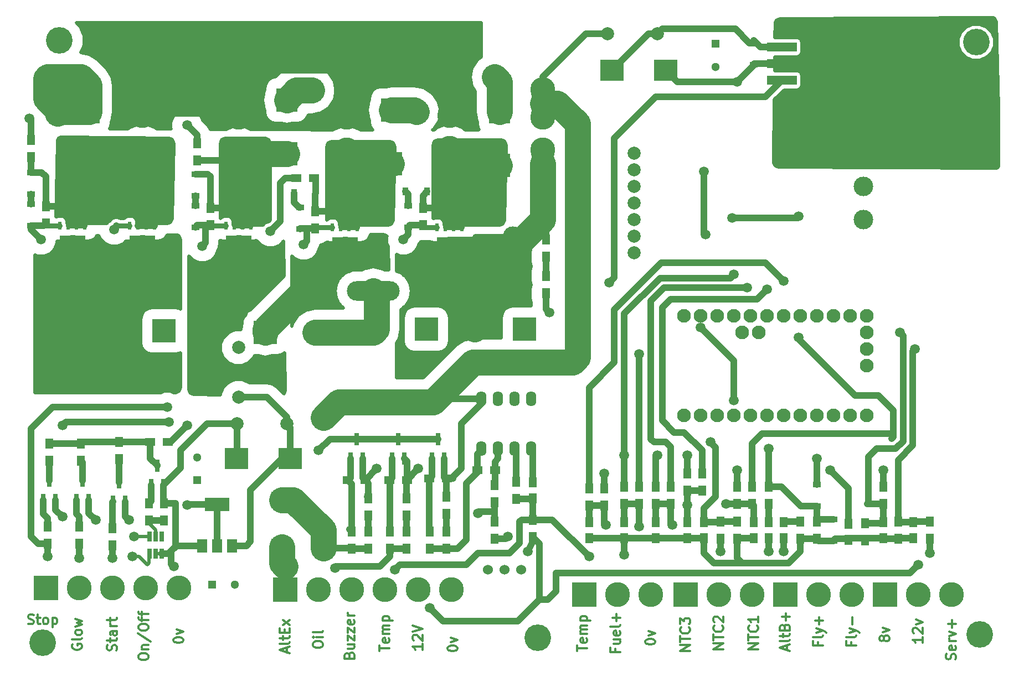
<source format=gbr>
G04 #@! TF.FileFunction,Copper,L1,Top,Signal*
%FSLAX46Y46*%
G04 Gerber Fmt 4.6, Leading zero omitted, Abs format (unit mm)*
G04 Created by KiCad (PCBNEW 4.0.6) date Saturday, 02 October 2021 'AMt' 11:31:50*
%MOMM*%
%LPD*%
G01*
G04 APERTURE LIST*
%ADD10C,0.100000*%
%ADD11C,0.300000*%
%ADD12R,3.810000X3.810000*%
%ADD13C,3.810000*%
%ADD14R,1.250000X1.500000*%
%ADD15C,1.300000*%
%ADD16R,1.300000X1.300000*%
%ADD17R,3.600000X3.200000*%
%ADD18R,1.300000X1.500000*%
%ADD19C,1.998980*%
%ADD20R,3.200000X3.600000*%
%ADD21R,3.200000X2.600000*%
%ADD22R,0.900000X1.200000*%
%ADD23R,1.200000X0.900000*%
%ADD24O,8.000000X3.000000*%
%ADD25C,3.000000*%
%ADD26O,3.000000X8.000000*%
%ADD27R,0.800000X1.900000*%
%ADD28R,1.500000X1.300000*%
%ADD29C,1.524000*%
%ADD30O,1.600000X2.300000*%
%ADD31R,3.800000X2.000000*%
%ADD32R,1.500000X2.000000*%
%ADD33R,0.650000X1.560000*%
%ADD34R,0.610000X1.270000*%
%ADD35R,0.610000X1.020000*%
%ADD36R,3.910000X3.810000*%
%ADD37C,3.540760*%
%ADD38R,3.540760X3.540760*%
%ADD39R,1.220000X0.910000*%
%ADD40C,2.000000*%
%ADD41R,4.600000X1.390000*%
%ADD42R,9.400000X10.800000*%
%ADD43C,2.100000*%
%ADD44C,4.064000*%
%ADD45C,3.800000*%
%ADD46R,3.500000X3.000000*%
%ADD47C,1.500000*%
%ADD48C,4.000000*%
%ADD49C,1.000000*%
%ADD50C,0.500000*%
%ADD51C,2.000000*%
%ADD52C,0.750000*%
G04 APERTURE END LIST*
D10*
D11*
X141323143Y-1003714D02*
X141394571Y-789428D01*
X141394571Y-432285D01*
X141323143Y-289428D01*
X141251714Y-217999D01*
X141108857Y-146571D01*
X140966000Y-146571D01*
X140823143Y-217999D01*
X140751714Y-289428D01*
X140680286Y-432285D01*
X140608857Y-717999D01*
X140537429Y-860857D01*
X140466000Y-932285D01*
X140323143Y-1003714D01*
X140180286Y-1003714D01*
X140037429Y-932285D01*
X139966000Y-860857D01*
X139894571Y-717999D01*
X139894571Y-360857D01*
X139966000Y-146571D01*
X141323143Y1067714D02*
X141394571Y924857D01*
X141394571Y639143D01*
X141323143Y496286D01*
X141180286Y424857D01*
X140608857Y424857D01*
X140466000Y496286D01*
X140394571Y639143D01*
X140394571Y924857D01*
X140466000Y1067714D01*
X140608857Y1139143D01*
X140751714Y1139143D01*
X140894571Y424857D01*
X141394571Y1782000D02*
X140394571Y1782000D01*
X140680286Y1782000D02*
X140537429Y1853428D01*
X140466000Y1924857D01*
X140394571Y2067714D01*
X140394571Y2210571D01*
X140394571Y2567714D02*
X141394571Y2924857D01*
X140394571Y3281999D01*
X140823143Y3853428D02*
X140823143Y4996285D01*
X141394571Y4424856D02*
X140251714Y4424856D01*
X136314571Y2444858D02*
X136314571Y1587715D01*
X136314571Y2016287D02*
X134814571Y2016287D01*
X135028857Y1873430D01*
X135171714Y1730572D01*
X135243143Y1587715D01*
X134957429Y3016286D02*
X134886000Y3087715D01*
X134814571Y3230572D01*
X134814571Y3587715D01*
X134886000Y3730572D01*
X134957429Y3802001D01*
X135100286Y3873429D01*
X135243143Y3873429D01*
X135457429Y3802001D01*
X136314571Y2944858D01*
X136314571Y3873429D01*
X135314571Y4373429D02*
X136314571Y4730572D01*
X135314571Y5087714D01*
X130377429Y2079715D02*
X130306000Y1936857D01*
X130234571Y1865429D01*
X130091714Y1794000D01*
X130020286Y1794000D01*
X129877429Y1865429D01*
X129806000Y1936857D01*
X129734571Y2079715D01*
X129734571Y2365429D01*
X129806000Y2508286D01*
X129877429Y2579715D01*
X130020286Y2651143D01*
X130091714Y2651143D01*
X130234571Y2579715D01*
X130306000Y2508286D01*
X130377429Y2365429D01*
X130377429Y2079715D01*
X130448857Y1936857D01*
X130520286Y1865429D01*
X130663143Y1794000D01*
X130948857Y1794000D01*
X131091714Y1865429D01*
X131163143Y1936857D01*
X131234571Y2079715D01*
X131234571Y2365429D01*
X131163143Y2508286D01*
X131091714Y2579715D01*
X130948857Y2651143D01*
X130663143Y2651143D01*
X130520286Y2579715D01*
X130448857Y2508286D01*
X130377429Y2365429D01*
X130234571Y3151143D02*
X131234571Y3508286D01*
X130234571Y3865428D01*
X125368857Y1623429D02*
X125368857Y1123429D01*
X126154571Y1123429D02*
X124654571Y1123429D01*
X124654571Y1837715D01*
X126154571Y2623429D02*
X126083143Y2480571D01*
X125940286Y2409143D01*
X124654571Y2409143D01*
X125154571Y3052000D02*
X126154571Y3409143D01*
X125154571Y3766285D02*
X126154571Y3409143D01*
X126511714Y3266285D01*
X126583143Y3194857D01*
X126654571Y3052000D01*
X125583143Y4337714D02*
X125583143Y5480571D01*
X120288857Y1623429D02*
X120288857Y1123429D01*
X121074571Y1123429D02*
X119574571Y1123429D01*
X119574571Y1837715D01*
X121074571Y2623429D02*
X121003143Y2480571D01*
X120860286Y2409143D01*
X119574571Y2409143D01*
X120074571Y3052000D02*
X121074571Y3409143D01*
X120074571Y3766285D02*
X121074571Y3409143D01*
X121431714Y3266285D01*
X121503143Y3194857D01*
X121574571Y3052000D01*
X120503143Y4337714D02*
X120503143Y5480571D01*
X121074571Y4909142D02*
X119931714Y4909142D01*
X115566000Y444857D02*
X115566000Y1159143D01*
X115994571Y302000D02*
X114494571Y802000D01*
X115994571Y1302000D01*
X115994571Y2016286D02*
X115923143Y1873428D01*
X115780286Y1802000D01*
X114494571Y1802000D01*
X114994571Y2373428D02*
X114994571Y2944857D01*
X114494571Y2587714D02*
X115780286Y2587714D01*
X115923143Y2659142D01*
X115994571Y2802000D01*
X115994571Y2944857D01*
X115208857Y3944857D02*
X115280286Y4159143D01*
X115351714Y4230571D01*
X115494571Y4302000D01*
X115708857Y4302000D01*
X115851714Y4230571D01*
X115923143Y4159143D01*
X115994571Y4016285D01*
X115994571Y3444857D01*
X114494571Y3444857D01*
X114494571Y3944857D01*
X114566000Y4087714D01*
X114637429Y4159143D01*
X114780286Y4230571D01*
X114923143Y4230571D01*
X115066000Y4159143D01*
X115137429Y4087714D01*
X115208857Y3944857D01*
X115208857Y3444857D01*
X115423143Y4944857D02*
X115423143Y6087714D01*
X115994571Y5516285D02*
X114851714Y5516285D01*
X100754571Y329715D02*
X99254571Y329715D01*
X100754571Y1186858D01*
X99254571Y1186858D01*
X99254571Y1686858D02*
X99254571Y2544001D01*
X100754571Y2115430D02*
X99254571Y2115430D01*
X100611714Y3901144D02*
X100683143Y3829715D01*
X100754571Y3615429D01*
X100754571Y3472572D01*
X100683143Y3258287D01*
X100540286Y3115429D01*
X100397429Y3044001D01*
X100111714Y2972572D01*
X99897429Y2972572D01*
X99611714Y3044001D01*
X99468857Y3115429D01*
X99326000Y3258287D01*
X99254571Y3472572D01*
X99254571Y3615429D01*
X99326000Y3829715D01*
X99397429Y3901144D01*
X99254571Y4401144D02*
X99254571Y5329715D01*
X99826000Y4829715D01*
X99826000Y5044001D01*
X99897429Y5186858D01*
X99968857Y5258287D01*
X100111714Y5329715D01*
X100468857Y5329715D01*
X100611714Y5258287D01*
X100683143Y5186858D01*
X100754571Y5044001D01*
X100754571Y4615429D01*
X100683143Y4472572D01*
X100611714Y4401144D01*
X105834571Y583715D02*
X104334571Y583715D01*
X105834571Y1440858D01*
X104334571Y1440858D01*
X104334571Y1940858D02*
X104334571Y2798001D01*
X105834571Y2369430D02*
X104334571Y2369430D01*
X105691714Y4155144D02*
X105763143Y4083715D01*
X105834571Y3869429D01*
X105834571Y3726572D01*
X105763143Y3512287D01*
X105620286Y3369429D01*
X105477429Y3298001D01*
X105191714Y3226572D01*
X104977429Y3226572D01*
X104691714Y3298001D01*
X104548857Y3369429D01*
X104406000Y3512287D01*
X104334571Y3726572D01*
X104334571Y3869429D01*
X104406000Y4083715D01*
X104477429Y4155144D01*
X104477429Y4726572D02*
X104406000Y4798001D01*
X104334571Y4940858D01*
X104334571Y5298001D01*
X104406000Y5440858D01*
X104477429Y5512287D01*
X104620286Y5583715D01*
X104763143Y5583715D01*
X104977429Y5512287D01*
X105834571Y4655144D01*
X105834571Y5583715D01*
X111168571Y583715D02*
X109668571Y583715D01*
X111168571Y1440858D01*
X109668571Y1440858D01*
X109668571Y1940858D02*
X109668571Y2798001D01*
X111168571Y2369430D02*
X109668571Y2369430D01*
X111025714Y4155144D02*
X111097143Y4083715D01*
X111168571Y3869429D01*
X111168571Y3726572D01*
X111097143Y3512287D01*
X110954286Y3369429D01*
X110811429Y3298001D01*
X110525714Y3226572D01*
X110311429Y3226572D01*
X110025714Y3298001D01*
X109882857Y3369429D01*
X109740000Y3512287D01*
X109668571Y3726572D01*
X109668571Y3869429D01*
X109740000Y4083715D01*
X109811429Y4155144D01*
X111168571Y5583715D02*
X111168571Y4726572D01*
X111168571Y5155144D02*
X109668571Y5155144D01*
X109882857Y5012287D01*
X110025714Y4869429D01*
X110097143Y4726572D01*
X89300857Y619429D02*
X89300857Y119429D01*
X90086571Y119429D02*
X88586571Y119429D01*
X88586571Y833715D01*
X89086571Y2048000D02*
X90086571Y2048000D01*
X89086571Y1405143D02*
X89872286Y1405143D01*
X90015143Y1476571D01*
X90086571Y1619429D01*
X90086571Y1833714D01*
X90015143Y1976571D01*
X89943714Y2048000D01*
X90015143Y3333714D02*
X90086571Y3190857D01*
X90086571Y2905143D01*
X90015143Y2762286D01*
X89872286Y2690857D01*
X89300857Y2690857D01*
X89158000Y2762286D01*
X89086571Y2905143D01*
X89086571Y3190857D01*
X89158000Y3333714D01*
X89300857Y3405143D01*
X89443714Y3405143D01*
X89586571Y2690857D01*
X90086571Y4262286D02*
X90015143Y4119428D01*
X89872286Y4048000D01*
X88586571Y4048000D01*
X89515143Y4833714D02*
X89515143Y5976571D01*
X90086571Y5405142D02*
X88943714Y5405142D01*
X93920571Y1643143D02*
X93920571Y1786000D01*
X93992000Y1928857D01*
X94063429Y2000286D01*
X94206286Y2071715D01*
X94492000Y2143143D01*
X94849143Y2143143D01*
X95134857Y2071715D01*
X95277714Y2000286D01*
X95349143Y1928857D01*
X95420571Y1786000D01*
X95420571Y1643143D01*
X95349143Y1500286D01*
X95277714Y1428857D01*
X95134857Y1357429D01*
X94849143Y1286000D01*
X94492000Y1286000D01*
X94206286Y1357429D01*
X94063429Y1428857D01*
X93992000Y1500286D01*
X93920571Y1643143D01*
X94420571Y2643143D02*
X95420571Y3000286D01*
X94420571Y3357428D01*
X83506571Y298000D02*
X83506571Y1155143D01*
X85006571Y726572D02*
X83506571Y726572D01*
X84935143Y2226571D02*
X85006571Y2083714D01*
X85006571Y1798000D01*
X84935143Y1655143D01*
X84792286Y1583714D01*
X84220857Y1583714D01*
X84078000Y1655143D01*
X84006571Y1798000D01*
X84006571Y2083714D01*
X84078000Y2226571D01*
X84220857Y2298000D01*
X84363714Y2298000D01*
X84506571Y1583714D01*
X85006571Y2940857D02*
X84006571Y2940857D01*
X84149429Y2940857D02*
X84078000Y3012285D01*
X84006571Y3155143D01*
X84006571Y3369428D01*
X84078000Y3512285D01*
X84220857Y3583714D01*
X85006571Y3583714D01*
X84220857Y3583714D02*
X84078000Y3655143D01*
X84006571Y3798000D01*
X84006571Y4012285D01*
X84078000Y4155143D01*
X84220857Y4226571D01*
X85006571Y4226571D01*
X84006571Y4940857D02*
X85506571Y4940857D01*
X84078000Y4940857D02*
X84006571Y5083714D01*
X84006571Y5369428D01*
X84078000Y5512285D01*
X84149429Y5583714D01*
X84292286Y5655143D01*
X84720857Y5655143D01*
X84863714Y5583714D01*
X84935143Y5512285D01*
X85006571Y5369428D01*
X85006571Y5083714D01*
X84935143Y4940857D01*
X63694571Y627143D02*
X63694571Y770000D01*
X63766000Y912857D01*
X63837429Y984286D01*
X63980286Y1055715D01*
X64266000Y1127143D01*
X64623143Y1127143D01*
X64908857Y1055715D01*
X65051714Y984286D01*
X65123143Y912857D01*
X65194571Y770000D01*
X65194571Y627143D01*
X65123143Y484286D01*
X65051714Y412857D01*
X64908857Y341429D01*
X64623143Y270000D01*
X64266000Y270000D01*
X63980286Y341429D01*
X63837429Y412857D01*
X63766000Y484286D01*
X63694571Y627143D01*
X64194571Y1627143D02*
X65194571Y1984286D01*
X64194571Y2341428D01*
X59860571Y1357429D02*
X59860571Y500286D01*
X59860571Y928858D02*
X58360571Y928858D01*
X58574857Y786001D01*
X58717714Y643143D01*
X58789143Y500286D01*
X58503429Y1928857D02*
X58432000Y2000286D01*
X58360571Y2143143D01*
X58360571Y2500286D01*
X58432000Y2643143D01*
X58503429Y2714572D01*
X58646286Y2786000D01*
X58789143Y2786000D01*
X59003429Y2714572D01*
X59860571Y1857429D01*
X59860571Y2786000D01*
X58360571Y3214571D02*
X59860571Y3714571D01*
X58360571Y4214571D01*
X53280571Y298000D02*
X53280571Y1155143D01*
X54780571Y726572D02*
X53280571Y726572D01*
X54709143Y2226571D02*
X54780571Y2083714D01*
X54780571Y1798000D01*
X54709143Y1655143D01*
X54566286Y1583714D01*
X53994857Y1583714D01*
X53852000Y1655143D01*
X53780571Y1798000D01*
X53780571Y2083714D01*
X53852000Y2226571D01*
X53994857Y2298000D01*
X54137714Y2298000D01*
X54280571Y1583714D01*
X54780571Y2940857D02*
X53780571Y2940857D01*
X53923429Y2940857D02*
X53852000Y3012285D01*
X53780571Y3155143D01*
X53780571Y3369428D01*
X53852000Y3512285D01*
X53994857Y3583714D01*
X54780571Y3583714D01*
X53994857Y3583714D02*
X53852000Y3655143D01*
X53780571Y3798000D01*
X53780571Y4012285D01*
X53852000Y4155143D01*
X53994857Y4226571D01*
X54780571Y4226571D01*
X53780571Y4940857D02*
X55280571Y4940857D01*
X53852000Y4940857D02*
X53780571Y5083714D01*
X53780571Y5369428D01*
X53852000Y5512285D01*
X53923429Y5583714D01*
X54066286Y5655143D01*
X54494857Y5655143D01*
X54637714Y5583714D01*
X54709143Y5512285D01*
X54780571Y5369428D01*
X54780571Y5083714D01*
X54709143Y4940857D01*
X48660857Y-352857D02*
X48732286Y-138571D01*
X48803714Y-67143D01*
X48946571Y4286D01*
X49160857Y4286D01*
X49303714Y-67143D01*
X49375143Y-138571D01*
X49446571Y-281429D01*
X49446571Y-852857D01*
X47946571Y-852857D01*
X47946571Y-352857D01*
X48018000Y-210000D01*
X48089429Y-138571D01*
X48232286Y-67143D01*
X48375143Y-67143D01*
X48518000Y-138571D01*
X48589429Y-210000D01*
X48660857Y-352857D01*
X48660857Y-852857D01*
X48446571Y1290000D02*
X49446571Y1290000D01*
X48446571Y647143D02*
X49232286Y647143D01*
X49375143Y718571D01*
X49446571Y861429D01*
X49446571Y1075714D01*
X49375143Y1218571D01*
X49303714Y1290000D01*
X48446571Y1861429D02*
X48446571Y2647143D01*
X49446571Y1861429D01*
X49446571Y2647143D01*
X48446571Y3075715D02*
X48446571Y3861429D01*
X49446571Y3075715D01*
X49446571Y3861429D01*
X49375143Y5004286D02*
X49446571Y4861429D01*
X49446571Y4575715D01*
X49375143Y4432858D01*
X49232286Y4361429D01*
X48660857Y4361429D01*
X48518000Y4432858D01*
X48446571Y4575715D01*
X48446571Y4861429D01*
X48518000Y5004286D01*
X48660857Y5075715D01*
X48803714Y5075715D01*
X48946571Y4361429D01*
X49446571Y5718572D02*
X48446571Y5718572D01*
X48732286Y5718572D02*
X48589429Y5790000D01*
X48518000Y5861429D01*
X48446571Y6004286D01*
X48446571Y6147143D01*
X43120571Y1139143D02*
X43120571Y1424857D01*
X43192000Y1567715D01*
X43334857Y1710572D01*
X43620571Y1782000D01*
X44120571Y1782000D01*
X44406286Y1710572D01*
X44549143Y1567715D01*
X44620571Y1424857D01*
X44620571Y1139143D01*
X44549143Y996286D01*
X44406286Y853429D01*
X44120571Y782000D01*
X43620571Y782000D01*
X43334857Y853429D01*
X43192000Y996286D01*
X43120571Y1139143D01*
X44620571Y2424858D02*
X43620571Y2424858D01*
X43120571Y2424858D02*
X43192000Y2353429D01*
X43263429Y2424858D01*
X43192000Y2496286D01*
X43120571Y2424858D01*
X43263429Y2424858D01*
X44620571Y3353430D02*
X44549143Y3210572D01*
X44406286Y3139144D01*
X43120571Y3139144D01*
X39112000Y75714D02*
X39112000Y790000D01*
X39540571Y-67143D02*
X38040571Y432857D01*
X39540571Y932857D01*
X39540571Y1647143D02*
X39469143Y1504285D01*
X39326286Y1432857D01*
X38040571Y1432857D01*
X38540571Y2004285D02*
X38540571Y2575714D01*
X38040571Y2218571D02*
X39326286Y2218571D01*
X39469143Y2289999D01*
X39540571Y2432857D01*
X39540571Y2575714D01*
X38754857Y3075714D02*
X38754857Y3575714D01*
X39540571Y3790000D02*
X39540571Y3075714D01*
X38040571Y3075714D01*
X38040571Y3790000D01*
X39540571Y4290000D02*
X38540571Y5075714D01*
X38540571Y4290000D02*
X39540571Y5075714D01*
X21784571Y1897143D02*
X21784571Y2040000D01*
X21856000Y2182857D01*
X21927429Y2254286D01*
X22070286Y2325715D01*
X22356000Y2397143D01*
X22713143Y2397143D01*
X22998857Y2325715D01*
X23141714Y2254286D01*
X23213143Y2182857D01*
X23284571Y2040000D01*
X23284571Y1897143D01*
X23213143Y1754286D01*
X23141714Y1682857D01*
X22998857Y1611429D01*
X22713143Y1540000D01*
X22356000Y1540000D01*
X22070286Y1611429D01*
X21927429Y1682857D01*
X21856000Y1754286D01*
X21784571Y1897143D01*
X22284571Y2897143D02*
X23284571Y3254286D01*
X22284571Y3611428D01*
X16450571Y-710001D02*
X16450571Y-424287D01*
X16522000Y-281429D01*
X16664857Y-138572D01*
X16950571Y-67144D01*
X17450571Y-67144D01*
X17736286Y-138572D01*
X17879143Y-281429D01*
X17950571Y-424287D01*
X17950571Y-710001D01*
X17879143Y-852858D01*
X17736286Y-995715D01*
X17450571Y-1067144D01*
X16950571Y-1067144D01*
X16664857Y-995715D01*
X16522000Y-852858D01*
X16450571Y-710001D01*
X16950571Y575714D02*
X17950571Y575714D01*
X17093429Y575714D02*
X17022000Y647142D01*
X16950571Y790000D01*
X16950571Y1004285D01*
X17022000Y1147142D01*
X17164857Y1218571D01*
X17950571Y1218571D01*
X16379143Y3004285D02*
X18307714Y1718571D01*
X16450571Y3790000D02*
X16450571Y4075714D01*
X16522000Y4218572D01*
X16664857Y4361429D01*
X16950571Y4432857D01*
X17450571Y4432857D01*
X17736286Y4361429D01*
X17879143Y4218572D01*
X17950571Y4075714D01*
X17950571Y3790000D01*
X17879143Y3647143D01*
X17736286Y3504286D01*
X17450571Y3432857D01*
X16950571Y3432857D01*
X16664857Y3504286D01*
X16522000Y3647143D01*
X16450571Y3790000D01*
X16950571Y4861429D02*
X16950571Y5432858D01*
X17950571Y5075715D02*
X16664857Y5075715D01*
X16522000Y5147143D01*
X16450571Y5290001D01*
X16450571Y5432858D01*
X16950571Y5718572D02*
X16950571Y6290001D01*
X17950571Y5932858D02*
X16664857Y5932858D01*
X16522000Y6004286D01*
X16450571Y6147144D01*
X16450571Y6290001D01*
X13053143Y365429D02*
X13124571Y579715D01*
X13124571Y936858D01*
X13053143Y1079715D01*
X12981714Y1151144D01*
X12838857Y1222572D01*
X12696000Y1222572D01*
X12553143Y1151144D01*
X12481714Y1079715D01*
X12410286Y936858D01*
X12338857Y651144D01*
X12267429Y508286D01*
X12196000Y436858D01*
X12053143Y365429D01*
X11910286Y365429D01*
X11767429Y436858D01*
X11696000Y508286D01*
X11624571Y651144D01*
X11624571Y1008286D01*
X11696000Y1222572D01*
X12124571Y1651143D02*
X12124571Y2222572D01*
X11624571Y1865429D02*
X12910286Y1865429D01*
X13053143Y1936857D01*
X13124571Y2079715D01*
X13124571Y2222572D01*
X13124571Y3365429D02*
X12338857Y3365429D01*
X12196000Y3294000D01*
X12124571Y3151143D01*
X12124571Y2865429D01*
X12196000Y2722572D01*
X13053143Y3365429D02*
X13124571Y3222572D01*
X13124571Y2865429D01*
X13053143Y2722572D01*
X12910286Y2651143D01*
X12767429Y2651143D01*
X12624571Y2722572D01*
X12553143Y2865429D01*
X12553143Y3222572D01*
X12481714Y3365429D01*
X13124571Y4079715D02*
X12124571Y4079715D01*
X12410286Y4079715D02*
X12267429Y4151143D01*
X12196000Y4222572D01*
X12124571Y4365429D01*
X12124571Y4508286D01*
X12124571Y4794000D02*
X12124571Y5365429D01*
X11624571Y5008286D02*
X12910286Y5008286D01*
X13053143Y5079714D01*
X13124571Y5222572D01*
X13124571Y5365429D01*
X6362000Y1329714D02*
X6290571Y1186857D01*
X6290571Y972571D01*
X6362000Y758286D01*
X6504857Y615428D01*
X6647714Y544000D01*
X6933429Y472571D01*
X7147714Y472571D01*
X7433429Y544000D01*
X7576286Y615428D01*
X7719143Y758286D01*
X7790571Y972571D01*
X7790571Y1115428D01*
X7719143Y1329714D01*
X7647714Y1401143D01*
X7147714Y1401143D01*
X7147714Y1115428D01*
X7790571Y2258286D02*
X7719143Y2115428D01*
X7576286Y2044000D01*
X6290571Y2044000D01*
X7790571Y3044000D02*
X7719143Y2901142D01*
X7647714Y2829714D01*
X7504857Y2758285D01*
X7076286Y2758285D01*
X6933429Y2829714D01*
X6862000Y2901142D01*
X6790571Y3044000D01*
X6790571Y3258285D01*
X6862000Y3401142D01*
X6933429Y3472571D01*
X7076286Y3544000D01*
X7504857Y3544000D01*
X7647714Y3472571D01*
X7719143Y3401142D01*
X7790571Y3258285D01*
X7790571Y3044000D01*
X6790571Y4044000D02*
X7790571Y4329714D01*
X7076286Y4615428D01*
X7790571Y4901143D01*
X6790571Y5186857D01*
X-436286Y4472857D02*
X-222000Y4401429D01*
X135143Y4401429D01*
X278000Y4472857D01*
X349429Y4544286D01*
X420857Y4687143D01*
X420857Y4830000D01*
X349429Y4972857D01*
X278000Y5044286D01*
X135143Y5115714D01*
X-150571Y5187143D01*
X-293429Y5258571D01*
X-364857Y5330000D01*
X-436286Y5472857D01*
X-436286Y5615714D01*
X-364857Y5758571D01*
X-293429Y5830000D01*
X-150571Y5901429D01*
X206571Y5901429D01*
X420857Y5830000D01*
X849428Y5401429D02*
X1420857Y5401429D01*
X1063714Y5901429D02*
X1063714Y4615714D01*
X1135142Y4472857D01*
X1278000Y4401429D01*
X1420857Y4401429D01*
X2135143Y4401429D02*
X1992285Y4472857D01*
X1920857Y4544286D01*
X1849428Y4687143D01*
X1849428Y5115714D01*
X1920857Y5258571D01*
X1992285Y5330000D01*
X2135143Y5401429D01*
X2349428Y5401429D01*
X2492285Y5330000D01*
X2563714Y5258571D01*
X2635143Y5115714D01*
X2635143Y4687143D01*
X2563714Y4544286D01*
X2492285Y4472857D01*
X2349428Y4401429D01*
X2135143Y4401429D01*
X3278000Y5401429D02*
X3278000Y3901429D01*
X3278000Y5330000D02*
X3420857Y5401429D01*
X3706571Y5401429D01*
X3849428Y5330000D01*
X3920857Y5258571D01*
X3992286Y5115714D01*
X3992286Y4687143D01*
X3920857Y4544286D01*
X3849428Y4472857D01*
X3706571Y4401429D01*
X3420857Y4401429D01*
X3278000Y4472857D01*
D12*
X130556000Y8890000D03*
D13*
X135636000Y8890000D03*
X140716000Y8890000D03*
D12*
X115316000Y8890000D03*
D13*
X120396000Y8890000D03*
X125476000Y8890000D03*
D12*
X100076000Y8890000D03*
D13*
X105156000Y8890000D03*
X110236000Y8890000D03*
D12*
X84582000Y8890000D03*
D13*
X89662000Y8890000D03*
X94742000Y8890000D03*
D14*
X76708000Y26142000D03*
X76708000Y23642000D03*
D15*
X25400000Y29916000D03*
D16*
X25400000Y26416000D03*
D15*
X31186000Y10414000D03*
D16*
X27686000Y10414000D03*
D17*
X39660000Y29718000D03*
X31460000Y29718000D03*
D18*
X51562000Y23702000D03*
X51562000Y21002000D03*
D19*
X31496000Y35052000D03*
X39116000Y35052000D03*
D18*
X63500000Y23956000D03*
X63500000Y21256000D03*
X57404000Y23702000D03*
X57404000Y21002000D03*
D20*
X71628000Y74640000D03*
X71628000Y82840000D03*
D21*
X38354000Y16212000D03*
X38354000Y23412000D03*
D20*
X8890000Y74640000D03*
X8890000Y82840000D03*
D22*
X57278000Y70612000D03*
X60578000Y70612000D03*
D20*
X55118000Y74894000D03*
X55118000Y83094000D03*
D18*
X78740000Y63326000D03*
X78740000Y60626000D03*
D20*
X39116000Y76418000D03*
X39116000Y84618000D03*
D23*
X57658000Y68452000D03*
X57658000Y65152000D03*
X41148000Y68198000D03*
X41148000Y64898000D03*
X25146000Y68452000D03*
X25146000Y65152000D03*
X0Y68706000D03*
X0Y65406000D03*
D13*
X7366000Y9906000D03*
X12446000Y9906000D03*
D12*
X2286000Y9906000D03*
D13*
X17526000Y9906000D03*
X22606000Y9906000D03*
X43942000Y9652000D03*
X49022000Y9652000D03*
D12*
X38862000Y9652000D03*
D13*
X54102000Y9652000D03*
X59182000Y9652000D03*
X64262000Y9652000D03*
D24*
X31242000Y55118000D03*
D25*
X33782000Y55118000D03*
X28702000Y55118000D03*
D24*
X52324000Y55372000D03*
D25*
X49784000Y55372000D03*
X54864000Y55372000D03*
D26*
X73660000Y61214000D03*
D25*
X73660000Y63754000D03*
X73660000Y58674000D03*
D24*
X10668000Y54864000D03*
D25*
X8128000Y54864000D03*
X13208000Y54864000D03*
D27*
X48834000Y29742000D03*
X50734000Y29742000D03*
X49784000Y32742000D03*
X18354000Y25678000D03*
X20254000Y25678000D03*
X19304000Y28678000D03*
X61280000Y29742000D03*
X63180000Y29742000D03*
X62230000Y32742000D03*
X55184000Y29742000D03*
X57084000Y29742000D03*
X56134000Y32742000D03*
X1844000Y23392000D03*
X3744000Y23392000D03*
X2794000Y26392000D03*
X12512000Y23138000D03*
X14412000Y23138000D03*
X13462000Y26138000D03*
X6924000Y23392000D03*
X8824000Y23392000D03*
X7874000Y26392000D03*
D18*
X18034000Y20240000D03*
X18034000Y22940000D03*
X70866000Y20146000D03*
X70866000Y17446000D03*
D28*
X51134000Y26416000D03*
X48434000Y26416000D03*
D18*
X74168000Y26242000D03*
X74168000Y23542000D03*
X70866000Y25734000D03*
X70866000Y23034000D03*
X49022000Y18622000D03*
X49022000Y15922000D03*
D19*
X44704000Y16002000D03*
X44704000Y36002000D03*
D18*
X20320000Y20240000D03*
X20320000Y22940000D03*
X59944000Y65452000D03*
X59944000Y68152000D03*
D28*
X18208000Y32258000D03*
X20908000Y32258000D03*
D18*
X51562000Y18622000D03*
X51562000Y15922000D03*
D28*
X68246000Y27940000D03*
X70946000Y27940000D03*
D18*
X43434000Y67644000D03*
X43434000Y64944000D03*
X2286000Y65706000D03*
X2286000Y68406000D03*
X2540000Y19384000D03*
X2540000Y16684000D03*
X63500000Y15922000D03*
X63500000Y18622000D03*
X60960000Y15922000D03*
X60960000Y18622000D03*
D28*
X60880000Y26670000D03*
X63580000Y26670000D03*
D18*
X57404000Y18622000D03*
X57404000Y15922000D03*
X54864000Y18622000D03*
X54864000Y15922000D03*
D28*
X54784000Y26416000D03*
X57484000Y26416000D03*
D18*
X76708000Y17700000D03*
X76708000Y20400000D03*
X78740000Y57738000D03*
X78740000Y55038000D03*
X7366000Y19384000D03*
X7366000Y16684000D03*
D28*
X40560000Y72644000D03*
X43260000Y72644000D03*
D18*
X27432000Y65452000D03*
X27432000Y68152000D03*
X0Y78566000D03*
X0Y75866000D03*
X25400000Y78058000D03*
X25400000Y75358000D03*
X12446000Y19130000D03*
X12446000Y16430000D03*
X2794000Y32084000D03*
X2794000Y29384000D03*
X13462000Y32338000D03*
X13462000Y29638000D03*
X7620000Y32084000D03*
X7620000Y29384000D03*
D29*
X72390000Y12700000D03*
X69850000Y12700000D03*
X74930000Y12700000D03*
D19*
X31750000Y39116000D03*
X31750000Y46736000D03*
D30*
X68834000Y31242000D03*
X71374000Y31242000D03*
X73914000Y31242000D03*
X76454000Y31242000D03*
X76454000Y38862000D03*
X73914000Y38862000D03*
X71374000Y38862000D03*
X68834000Y38862000D03*
D31*
X28448000Y22708000D03*
D32*
X28448000Y16408000D03*
X30748000Y16408000D03*
X26148000Y16408000D03*
D33*
X18100000Y15160000D03*
X19050000Y15160000D03*
X20000000Y15160000D03*
X20000000Y17860000D03*
X18100000Y17860000D03*
X19050000Y17860000D03*
D34*
X65913000Y65154000D03*
X64643000Y65154000D03*
X63373000Y65154000D03*
X62103000Y65154000D03*
D35*
X62103000Y59689000D03*
X63373000Y59689000D03*
X64643000Y59689000D03*
X65913000Y59689000D03*
D36*
X64008000Y61794000D03*
D34*
X49911000Y65154000D03*
X48641000Y65154000D03*
X47371000Y65154000D03*
X46101000Y65154000D03*
D35*
X46101000Y59689000D03*
X47371000Y59689000D03*
X48641000Y59689000D03*
X49911000Y59689000D03*
D36*
X48006000Y61794000D03*
D34*
X8255000Y65408000D03*
X6985000Y65408000D03*
X5715000Y65408000D03*
X4445000Y65408000D03*
D35*
X4445000Y59943000D03*
X5715000Y59943000D03*
X6985000Y59943000D03*
X8255000Y59943000D03*
D36*
X6350000Y62048000D03*
D34*
X18923000Y65408000D03*
X17653000Y65408000D03*
X16383000Y65408000D03*
X15113000Y65408000D03*
D35*
X15113000Y59943000D03*
X16383000Y59943000D03*
X17653000Y59943000D03*
X18923000Y59943000D03*
D36*
X17018000Y62048000D03*
D34*
X33655000Y65408000D03*
X32385000Y65408000D03*
X31115000Y65408000D03*
X29845000Y65408000D03*
D35*
X29845000Y59943000D03*
X31115000Y59943000D03*
X32385000Y59943000D03*
X33655000Y59943000D03*
D36*
X31750000Y62048000D03*
D37*
X27940000Y49276000D03*
D38*
X20320000Y49276000D03*
D37*
X67818000Y49530000D03*
D38*
X75438000Y49530000D03*
D37*
X52832000Y49530000D03*
D38*
X60452000Y49530000D03*
D37*
X43434000Y49022000D03*
D38*
X35814000Y49022000D03*
D22*
X40260000Y70358000D03*
X43560000Y70358000D03*
D23*
X0Y70232000D03*
X0Y73532000D03*
X25146000Y69978000D03*
X25146000Y73278000D03*
D14*
X112776000Y17546000D03*
X112776000Y20046000D03*
X115062000Y17546000D03*
X115062000Y20046000D03*
X130302000Y20046000D03*
X130302000Y17546000D03*
X134874000Y20046000D03*
X134874000Y17546000D03*
D15*
X104648000Y89718000D03*
D16*
X104648000Y93218000D03*
D14*
X124968000Y19792000D03*
X124968000Y17292000D03*
X110490000Y20046000D03*
X110490000Y17546000D03*
X85344000Y20046000D03*
X85344000Y17546000D03*
X100330000Y20046000D03*
X100330000Y17546000D03*
X95504000Y20046000D03*
X95504000Y17546000D03*
X90678000Y20046000D03*
X90678000Y17546000D03*
X102870000Y20046000D03*
X102870000Y17546000D03*
D39*
X120142000Y22495000D03*
X120142000Y25765000D03*
D23*
X122682000Y17146000D03*
X122682000Y20446000D03*
D17*
X88864000Y89154000D03*
X97064000Y89154000D03*
D23*
X110490000Y90044000D03*
X110490000Y93344000D03*
D18*
X112776000Y22780000D03*
X112776000Y25480000D03*
X117602000Y20146000D03*
X117602000Y17446000D03*
X137414000Y20146000D03*
X137414000Y17446000D03*
X130302000Y22780000D03*
X130302000Y25480000D03*
X127508000Y17192000D03*
X127508000Y19892000D03*
X120142000Y20146000D03*
X120142000Y17446000D03*
X132588000Y17446000D03*
X132588000Y20146000D03*
X92964000Y25480000D03*
X92964000Y22780000D03*
X97790000Y25480000D03*
X97790000Y22780000D03*
X102616000Y27512000D03*
X102616000Y24812000D03*
X85344000Y25226000D03*
X85344000Y22526000D03*
X110236000Y25480000D03*
X110236000Y22780000D03*
X107950000Y25480000D03*
X107950000Y22780000D03*
X87630000Y25226000D03*
X87630000Y22526000D03*
X100330000Y27512000D03*
X100330000Y24812000D03*
X95504000Y25480000D03*
X95504000Y22780000D03*
X90678000Y25480000D03*
X90678000Y22780000D03*
X107950000Y17446000D03*
X107950000Y20146000D03*
X105410000Y17446000D03*
X105410000Y20146000D03*
D19*
X95758000Y94742000D03*
X88138000Y94742000D03*
D25*
X127254000Y71374000D03*
X127254000Y66294000D03*
D40*
X92202000Y61214000D03*
X92202000Y63754000D03*
X92202000Y66294000D03*
X92202000Y76454000D03*
X92202000Y73914000D03*
X92202000Y71374000D03*
X92202000Y68834000D03*
D41*
X114805000Y90170000D03*
D42*
X123955000Y90170000D03*
D41*
X114805000Y87630000D03*
X114805000Y92710000D03*
D43*
X109982000Y51562000D03*
X104902000Y51562000D03*
X104902000Y36322000D03*
X112522000Y36322000D03*
X115062000Y36322000D03*
X117602000Y36322000D03*
X99822000Y51562000D03*
X102362000Y51562000D03*
X107442000Y51562000D03*
X112522000Y51562000D03*
X115062000Y51562000D03*
X117602000Y51562000D03*
X120142000Y51562000D03*
X122682000Y51562000D03*
X125222000Y51562000D03*
X127762000Y51562000D03*
X99822000Y36322000D03*
X102362000Y36322000D03*
X109982000Y36322000D03*
X120142000Y36322000D03*
X122682000Y36322000D03*
X125222000Y36322000D03*
X127762000Y36322000D03*
X127762000Y49022000D03*
X127762000Y46482000D03*
X127762000Y43942000D03*
X108712000Y49022000D03*
X111252000Y49022000D03*
X107442000Y36322000D03*
D44*
X145034000Y2794000D03*
X144526000Y93472000D03*
X4318000Y93726000D03*
X1778000Y1524000D03*
X77470000Y2286000D03*
D24*
X5080000Y88138000D03*
D25*
X2540000Y88138000D03*
X7620000Y88138000D03*
D24*
X24384000Y84328000D03*
D25*
X21844000Y84328000D03*
X26924000Y84328000D03*
D45*
X31750000Y72752000D03*
X31750000Y77002000D03*
X31750000Y82002000D03*
X31750000Y86252000D03*
D46*
X31750000Y84152000D03*
X31750000Y74852000D03*
D45*
X48260000Y72752000D03*
X48260000Y77002000D03*
X48260000Y82002000D03*
X48260000Y86252000D03*
D46*
X48260000Y84152000D03*
X48260000Y74852000D03*
D45*
X17018000Y73006000D03*
X17018000Y77256000D03*
X17018000Y82256000D03*
X17018000Y86506000D03*
D46*
X17018000Y84406000D03*
X17018000Y75106000D03*
D45*
X64008000Y73006000D03*
X64008000Y77256000D03*
X64008000Y82256000D03*
X64008000Y86506000D03*
D46*
X64008000Y84406000D03*
X64008000Y75106000D03*
D45*
X78232000Y86252000D03*
X78232000Y82002000D03*
X78232000Y77002000D03*
X78232000Y72752000D03*
D46*
X78232000Y74852000D03*
X78232000Y84152000D03*
D47*
X107442000Y38608000D03*
X102362000Y49784000D03*
X107950000Y87376000D03*
X90678000Y14986000D03*
X79248000Y52070000D03*
X72898000Y17780000D03*
X21844000Y13208000D03*
D40*
X70866000Y88138000D03*
D47*
X4064000Y82550000D03*
X42926000Y86106000D03*
D40*
X58928000Y82804000D03*
D47*
X85344000Y14732000D03*
X106252000Y22780000D03*
X55626000Y12700000D03*
X15748000Y17780000D03*
X23876000Y22606000D03*
X135636000Y13462000D03*
X130302000Y27940000D03*
X60960000Y6858000D03*
X75946000Y15494000D03*
X59182000Y28194000D03*
X52832000Y28194000D03*
X38862000Y13208000D03*
X23876000Y34798000D03*
X56896000Y63246000D03*
X21082000Y35306000D03*
X41656000Y62484000D03*
X4826000Y20828000D03*
X4826000Y34798000D03*
X26162000Y62230000D03*
X14986000Y20320000D03*
X9906000Y20320000D03*
X1524000Y63246000D03*
X12700000Y64770000D03*
X-254000Y81788000D03*
X7366000Y14478000D03*
X23876000Y80772000D03*
X12446000Y14478000D03*
X20828000Y37592000D03*
X36576000Y64516000D03*
X2540000Y14732000D03*
X15494000Y14732000D03*
X46482000Y12954000D03*
X43942000Y30988000D03*
X68326000Y21336000D03*
X112776000Y15494000D03*
X115062000Y15494000D03*
X132842000Y49022000D03*
X135128000Y46482000D03*
X122174000Y27940000D03*
X88392000Y56642000D03*
X107950000Y27940000D03*
X87630000Y27432000D03*
X87884000Y19558000D03*
X100330000Y22606000D03*
X98044000Y19558000D03*
X92964000Y19304000D03*
X103886000Y32258000D03*
X112776000Y31242000D03*
X120142000Y29718000D03*
X107442000Y57912000D03*
X90678000Y30226000D03*
X95758000Y30226000D03*
X100330000Y30226000D03*
X105410000Y15494000D03*
X137414000Y15240000D03*
X92964000Y45720000D03*
X109474000Y55880000D03*
X112522000Y55626000D03*
X115062000Y56896000D03*
X117348000Y48260000D03*
X107188000Y66548000D03*
X117348000Y66802000D03*
X102870000Y73660000D03*
X103124000Y64008000D03*
D48*
X5080000Y88138000D02*
X2540000Y88138000D01*
X2540000Y88138000D02*
X2286000Y87884000D01*
X2286000Y87884000D02*
X2286000Y84908000D01*
X2286000Y84908000D02*
X4354000Y82840000D01*
X5080000Y88138000D02*
X5080000Y83566000D01*
X5080000Y83566000D02*
X4354000Y82840000D01*
X8890000Y82840000D02*
X8890000Y86868000D01*
X8890000Y86868000D02*
X7620000Y88138000D01*
X7620000Y88138000D02*
X5080000Y88138000D01*
D49*
X5080000Y88138000D02*
X5080000Y86650000D01*
X5080000Y86650000D02*
X8890000Y82840000D01*
X107950000Y17446000D02*
X107950000Y14478000D01*
X107950000Y14478000D02*
X108712000Y13716000D01*
X102870000Y17546000D02*
X102870000Y15240000D01*
X102870000Y15240000D02*
X104394000Y13716000D01*
X104394000Y13716000D02*
X108712000Y13716000D01*
X117602000Y15494000D02*
X117602000Y17446000D01*
X108712000Y13716000D02*
X115824000Y13716000D01*
X115824000Y13716000D02*
X117602000Y15494000D01*
X107442000Y44704000D02*
X107442000Y38608000D01*
X102362000Y49784000D02*
X107442000Y44704000D01*
X110490000Y90044000D02*
X110490000Y89916000D01*
X110490000Y89916000D02*
X107950000Y87376000D01*
X98842000Y87376000D02*
X97064000Y89154000D01*
X107950000Y87376000D02*
X98842000Y87376000D01*
X114805000Y90170000D02*
X110616000Y90170000D01*
X110616000Y90170000D02*
X110490000Y90044000D01*
X114805000Y90170000D02*
X123955000Y90170000D01*
X90678000Y14986000D02*
X90678000Y17546000D01*
X85344000Y17546000D02*
X90678000Y17546000D01*
X95504000Y17546000D02*
X90678000Y17546000D01*
X100330000Y17546000D02*
X95504000Y17546000D01*
X102870000Y17546000D02*
X100330000Y17546000D01*
X110490000Y17546000D02*
X108050000Y17546000D01*
X108050000Y17546000D02*
X107950000Y17446000D01*
X120142000Y17446000D02*
X117602000Y17446000D01*
X122682000Y17146000D02*
X120442000Y17146000D01*
X120442000Y17146000D02*
X120142000Y17446000D01*
X124968000Y17446000D02*
X122982000Y17446000D01*
X122982000Y17446000D02*
X122682000Y17146000D01*
X127762000Y17546000D02*
X125068000Y17546000D01*
X125068000Y17546000D02*
X124968000Y17446000D01*
X130302000Y17546000D02*
X127762000Y17546000D01*
X132588000Y17446000D02*
X130402000Y17446000D01*
X130402000Y17446000D02*
X130302000Y17546000D01*
X134874000Y17546000D02*
X132688000Y17546000D01*
X132688000Y17546000D02*
X132588000Y17446000D01*
D48*
X42926000Y86106000D02*
X40604000Y86106000D01*
X40604000Y86106000D02*
X39116000Y84618000D01*
D49*
X78740000Y55038000D02*
X78740000Y52578000D01*
X78740000Y52578000D02*
X79248000Y52070000D01*
X70866000Y17446000D02*
X72564000Y17446000D01*
X72564000Y17446000D02*
X72898000Y17780000D01*
X31496000Y35052000D02*
X26924000Y35052000D01*
X22860000Y28284000D02*
X20254000Y25678000D01*
X22860000Y30988000D02*
X22860000Y28284000D01*
X26924000Y35052000D02*
X22860000Y30988000D01*
X31496000Y35052000D02*
X31496000Y29754000D01*
X31496000Y29754000D02*
X31460000Y29718000D01*
X26148000Y16408000D02*
X22250000Y16408000D01*
X22250000Y16408000D02*
X21463000Y15621000D01*
X76708000Y26142000D02*
X76708000Y30988000D01*
X76708000Y30988000D02*
X76454000Y31242000D01*
X21463000Y13589000D02*
X21463000Y15621000D01*
X21844000Y13208000D02*
X21463000Y13589000D01*
D48*
X70866000Y88138000D02*
X71628000Y87376000D01*
X71628000Y87376000D02*
X71628000Y82840000D01*
D49*
X20320000Y22940000D02*
X22018000Y22940000D01*
X22018000Y22940000D02*
X22098000Y22860000D01*
X22098000Y22860000D02*
X22098000Y16256000D01*
X22098000Y16256000D02*
X21463000Y15621000D01*
X21002000Y15160000D02*
X20000000Y15160000D01*
X21463000Y15621000D02*
X21002000Y15160000D01*
X20254000Y25678000D02*
X20254000Y23006000D01*
X20254000Y23006000D02*
X20320000Y22940000D01*
D50*
X19050000Y15160000D02*
X20000000Y15160000D01*
D48*
X8890000Y82840000D02*
X4354000Y82840000D01*
X4354000Y82840000D02*
X4064000Y82550000D01*
X42890000Y86142000D02*
X42926000Y86106000D01*
X58638000Y83094000D02*
X58928000Y82804000D01*
X58638000Y83094000D02*
X55118000Y83094000D01*
D49*
X76708000Y20400000D02*
X79676000Y20400000D01*
X79676000Y20400000D02*
X85344000Y14732000D01*
X107950000Y22780000D02*
X106252000Y22780000D01*
X106252000Y22780000D02*
X106172000Y22860000D01*
X110236000Y22780000D02*
X107950000Y22780000D01*
X110490000Y20046000D02*
X110490000Y22526000D01*
X110490000Y22526000D02*
X110236000Y22780000D01*
X76708000Y20400000D02*
X75010000Y20400000D01*
X66548000Y13462000D02*
X68326000Y15240000D01*
X56388000Y13462000D02*
X66548000Y13462000D01*
X55626000Y12700000D02*
X56388000Y13462000D01*
X73152000Y15240000D02*
X68326000Y15240000D01*
X74676000Y16764000D02*
X73152000Y15240000D01*
X74676000Y20066000D02*
X74676000Y16764000D01*
X75010000Y20400000D02*
X74676000Y20066000D01*
X76708000Y23642000D02*
X76708000Y20400000D01*
X74168000Y23542000D02*
X76608000Y23542000D01*
X76608000Y23542000D02*
X76708000Y23642000D01*
X15748000Y17780000D02*
X15828000Y17860000D01*
X15828000Y17860000D02*
X15922000Y17860000D01*
X28448000Y22708000D02*
X23978000Y22708000D01*
X23978000Y22708000D02*
X23876000Y22606000D01*
X28448000Y16408000D02*
X28448000Y22708000D01*
D50*
X18100000Y17860000D02*
X15922000Y17860000D01*
X15922000Y17860000D02*
X15748000Y18034000D01*
D49*
X39660000Y29718000D02*
X38354000Y29718000D01*
X38354000Y29718000D02*
X33528000Y24892000D01*
X32918000Y16408000D02*
X30748000Y16408000D01*
X33528000Y17018000D02*
X32918000Y16408000D01*
X33528000Y24892000D02*
X33528000Y17018000D01*
X39116000Y35052000D02*
X39116000Y36068000D01*
X36068000Y39116000D02*
X31750000Y39116000D01*
X39116000Y36068000D02*
X36068000Y39116000D01*
X39660000Y29718000D02*
X39660000Y34508000D01*
X39660000Y34508000D02*
X39116000Y35052000D01*
X83312000Y12215998D02*
X80287998Y12215998D01*
X78994000Y8128000D02*
X77724000Y8128000D01*
X80264000Y9398000D02*
X78994000Y8128000D01*
X80264000Y12192000D02*
X80264000Y9398000D01*
X80287998Y12215998D02*
X80264000Y12192000D01*
X78232000Y82002000D02*
X78232000Y84152000D01*
X78232000Y84152000D02*
X80440000Y84152000D01*
X68834000Y38862000D02*
X61976000Y38862000D01*
X61976000Y38862000D02*
X62230000Y39116000D01*
X62992000Y39116000D02*
X62992000Y38862000D01*
X62230000Y39116000D02*
X62992000Y39116000D01*
X134389998Y12215998D02*
X135636000Y13462000D01*
X83081998Y12215998D02*
X83312000Y12215998D01*
X83312000Y12215998D02*
X134389998Y12215998D01*
X130302000Y27940000D02*
X130302000Y25480000D01*
X78232000Y84152000D02*
X78232000Y88138000D01*
X78232000Y88138000D02*
X84836000Y94742000D01*
X84836000Y94742000D02*
X88138000Y94742000D01*
X68834000Y38862000D02*
X62992000Y38862000D01*
X62992000Y38862000D02*
X61976000Y38862000D01*
X61976000Y38862000D02*
X61468000Y38354000D01*
X57484000Y26416000D02*
X57484000Y29342000D01*
X57484000Y29342000D02*
X57084000Y29742000D01*
D48*
X82804000Y44450000D02*
X67564000Y44450000D01*
X67564000Y44450000D02*
X61468000Y38354000D01*
X78232000Y84152000D02*
X80440000Y84152000D01*
X83566000Y45212000D02*
X82804000Y44450000D01*
X83566000Y81026000D02*
X83566000Y45212000D01*
X80440000Y84152000D02*
X83566000Y81026000D01*
X47056000Y38354000D02*
X44704000Y36002000D01*
X61468000Y38354000D02*
X47056000Y38354000D01*
D49*
X50734000Y29742000D02*
X50734000Y26816000D01*
X50734000Y26816000D02*
X51134000Y26416000D01*
X63180000Y29742000D02*
X63180000Y26910000D01*
X63180000Y26910000D02*
X63500000Y26590000D01*
X63500000Y26590000D02*
X63580000Y26670000D01*
X60960000Y6858000D02*
X62992000Y4826000D01*
X62992000Y4826000D02*
X74422000Y4826000D01*
X74422000Y4826000D02*
X77724000Y8128000D01*
X77724000Y16684000D02*
X76708000Y17700000D01*
X77724000Y8128000D02*
X77724000Y16684000D01*
X76708000Y17018000D02*
X75946000Y15494000D01*
X57484000Y26416000D02*
X57484000Y26496000D01*
X57484000Y26496000D02*
X59182000Y28194000D01*
X51134000Y26416000D02*
X51134000Y26496000D01*
X51134000Y26496000D02*
X52832000Y28194000D01*
X68834000Y38862000D02*
X68834000Y38100000D01*
X68834000Y38100000D02*
X65786000Y35052000D01*
X65786000Y28194000D02*
X64262000Y26670000D01*
X65786000Y35052000D02*
X65786000Y28194000D01*
X64262000Y26670000D02*
X63580000Y26670000D01*
X64516000Y26670000D02*
X63580000Y26670000D01*
X76708000Y17700000D02*
X76708000Y17018000D01*
X63500000Y23956000D02*
X63500000Y26590000D01*
X63500000Y26590000D02*
X63580000Y26670000D01*
X51562000Y23702000D02*
X51562000Y25988000D01*
X51562000Y25988000D02*
X51388000Y26162000D01*
X57404000Y23702000D02*
X57404000Y26336000D01*
X57404000Y26336000D02*
X57484000Y26416000D01*
X51388000Y23876000D02*
X51562000Y23702000D01*
X57404000Y26336000D02*
X57484000Y26416000D01*
X51562000Y18622000D02*
X51562000Y21002000D01*
X63500000Y18622000D02*
X63500000Y21256000D01*
X57404000Y21002000D02*
X57404000Y18622000D01*
D48*
X31242000Y55118000D02*
X31242000Y52578000D01*
X31242000Y52578000D02*
X27940000Y49276000D01*
X31750000Y62048000D02*
X31750000Y55626000D01*
X31750000Y55626000D02*
X31242000Y55118000D01*
D49*
X31242000Y55118000D02*
X31242000Y50800000D01*
X33655000Y59943000D02*
X33655000Y57531000D01*
X33655000Y57531000D02*
X31242000Y55118000D01*
X32385000Y59943000D02*
X32385000Y61413000D01*
X32385000Y61413000D02*
X31750000Y62048000D01*
X31115000Y59943000D02*
X29845000Y59943000D01*
X32385000Y59943000D02*
X31115000Y59943000D01*
X33655000Y59943000D02*
X32385000Y59943000D01*
D48*
X43434000Y49022000D02*
X52324000Y49022000D01*
X52324000Y49022000D02*
X52832000Y49530000D01*
X52832000Y49530000D02*
X52832000Y54864000D01*
X52832000Y54864000D02*
X52324000Y55372000D01*
X48006000Y61794000D02*
X48006000Y61722000D01*
X48006000Y61722000D02*
X35814000Y49530000D01*
X35814000Y49530000D02*
X35814000Y49022000D01*
D49*
X47371000Y59689000D02*
X47371000Y61159000D01*
X47371000Y61159000D02*
X48006000Y61794000D01*
X47371000Y59689000D02*
X46101000Y59689000D01*
X48641000Y59689000D02*
X47371000Y59689000D01*
X49911000Y59689000D02*
X48641000Y59689000D01*
D48*
X38354000Y16212000D02*
X38354000Y13716000D01*
X38354000Y13716000D02*
X38862000Y13208000D01*
D51*
X38862000Y13208000D02*
X38354000Y13716000D01*
D49*
X44704000Y16002000D02*
X48942000Y16002000D01*
X48942000Y16002000D02*
X49022000Y15922000D01*
D48*
X38354000Y23412000D02*
X40088000Y23412000D01*
X44704000Y18796000D02*
X44704000Y16002000D01*
X40088000Y23412000D02*
X44704000Y18796000D01*
D49*
X51562000Y15922000D02*
X49022000Y15922000D01*
X17018000Y73006000D02*
X17018000Y77256000D01*
X0Y73532000D02*
X0Y75866000D01*
D48*
X17018000Y75106000D02*
X9356000Y75106000D01*
X9356000Y75106000D02*
X8890000Y74640000D01*
D49*
X2286000Y68406000D02*
X2286000Y72898000D01*
X1652000Y73532000D02*
X0Y73532000D01*
X2286000Y72898000D02*
X1652000Y73532000D01*
X17526000Y67056000D02*
X18796000Y67056000D01*
X18796000Y67056000D02*
X18923000Y66929000D01*
X16256000Y67056000D02*
X17526000Y67056000D01*
X17526000Y67056000D02*
X17653000Y66929000D01*
X8128000Y67056000D02*
X16256000Y67056000D01*
D52*
X16383000Y66675000D02*
X16510000Y66802000D01*
X16383000Y66675000D02*
X16383000Y65408000D01*
D49*
X16256000Y67056000D02*
X16510000Y66802000D01*
X5762000Y68406000D02*
X5762000Y71512000D01*
X5762000Y71512000D02*
X8890000Y74640000D01*
X6604000Y67056000D02*
X8128000Y67056000D01*
X8128000Y67056000D02*
X8255000Y66929000D01*
X5842000Y67056000D02*
X6604000Y67056000D01*
X6604000Y67056000D02*
X6985000Y66675000D01*
X2286000Y68406000D02*
X5762000Y68406000D01*
D52*
X5715000Y66929000D02*
X5842000Y67056000D01*
X5715000Y66929000D02*
X5715000Y65408000D01*
D49*
X5842000Y68326000D02*
X5842000Y67056000D01*
X5762000Y68406000D02*
X5842000Y68326000D01*
D52*
X18923000Y65408000D02*
X18923000Y66929000D01*
X18923000Y66929000D02*
X18796000Y67056000D01*
X17653000Y65408000D02*
X17653000Y66929000D01*
X17653000Y66929000D02*
X17780000Y67056000D01*
X8255000Y65408000D02*
X8255000Y66929000D01*
X8255000Y66929000D02*
X8382000Y67056000D01*
X6985000Y65408000D02*
X6985000Y66675000D01*
X6985000Y66675000D02*
X6858000Y66802000D01*
X6985000Y65408000D02*
X8255000Y65408000D01*
X5715000Y65408000D02*
X6985000Y65408000D01*
D49*
X16383000Y65408000D02*
X17653000Y65408000D01*
X17653000Y65408000D02*
X18923000Y65408000D01*
X8890000Y74640000D02*
X16552000Y74640000D01*
X16552000Y74640000D02*
X17018000Y75106000D01*
X8255000Y74005000D02*
X8890000Y74640000D01*
X57658000Y68452000D02*
X57658000Y70232000D01*
X57658000Y70232000D02*
X57278000Y70612000D01*
X64008000Y73006000D02*
X64008000Y77256000D01*
D48*
X64008000Y75106000D02*
X71162000Y75106000D01*
X71162000Y75106000D02*
X71628000Y74640000D01*
D49*
X71162000Y75106000D02*
X71628000Y74640000D01*
X64516000Y66802000D02*
X64516000Y74598000D01*
X64516000Y74598000D02*
X64008000Y75106000D01*
X64516000Y66802000D02*
X65913000Y66802000D01*
X65913000Y66802000D02*
X65913000Y66929000D01*
X63373000Y66802000D02*
X64516000Y66802000D01*
X64516000Y66802000D02*
X64643000Y66802000D01*
X64643000Y66802000D02*
X63373000Y66802000D01*
X59944000Y68152000D02*
X62912000Y68152000D01*
X63373000Y67691000D02*
X63373000Y66802000D01*
X63373000Y66802000D02*
X63373000Y66675000D01*
X62912000Y68152000D02*
X63373000Y67691000D01*
D52*
X64643000Y65154000D02*
X65913000Y65154000D01*
X63373000Y65154000D02*
X64643000Y65154000D01*
X65913000Y65154000D02*
X65913000Y66929000D01*
X65913000Y66929000D02*
X65786000Y67056000D01*
X64643000Y65154000D02*
X64643000Y66929000D01*
X64643000Y66929000D02*
X64516000Y67056000D01*
X63373000Y65154000D02*
X63373000Y66675000D01*
X63373000Y66675000D02*
X63500000Y66802000D01*
D49*
X59944000Y68152000D02*
X59944000Y69978000D01*
X59944000Y69978000D02*
X60578000Y70612000D01*
X48260000Y72752000D02*
X48260000Y77002000D01*
X43560000Y70358000D02*
X43560000Y72344000D01*
X43560000Y72344000D02*
X43260000Y72644000D01*
D48*
X48260000Y74852000D02*
X55076000Y74852000D01*
X55076000Y74852000D02*
X55118000Y74894000D01*
D49*
X55076000Y74852000D02*
X55118000Y74894000D01*
X48641000Y66802000D02*
X48641000Y74471000D01*
X48641000Y74471000D02*
X48260000Y74852000D01*
X48641000Y66802000D02*
X49530000Y66802000D01*
X49530000Y66802000D02*
X49911000Y66421000D01*
X47498000Y66802000D02*
X48641000Y66802000D01*
X48641000Y66802000D02*
X48641000Y66929000D01*
X43434000Y67644000D02*
X43434000Y70232000D01*
X43434000Y70232000D02*
X43560000Y70358000D01*
X43434000Y67644000D02*
X46656000Y67644000D01*
D52*
X47371000Y66675000D02*
X47498000Y66802000D01*
X47371000Y66675000D02*
X47371000Y65154000D01*
D49*
X46656000Y67644000D02*
X47498000Y66802000D01*
D52*
X48641000Y65154000D02*
X48641000Y66929000D01*
X48641000Y66929000D02*
X48514000Y67056000D01*
X49911000Y65154000D02*
X49911000Y66421000D01*
X49911000Y66421000D02*
X50038000Y66548000D01*
X48641000Y65154000D02*
X49911000Y65154000D01*
X47371000Y65154000D02*
X48641000Y65154000D01*
D49*
X78232000Y72752000D02*
X78232000Y74852000D01*
X78232000Y72752000D02*
X78232000Y77002000D01*
X78740000Y63326000D02*
X78740000Y65786000D01*
X78740000Y65786000D02*
X78232000Y66294000D01*
D48*
X73660000Y61214000D02*
X73660000Y61722000D01*
X73660000Y61722000D02*
X78232000Y66294000D01*
X78232000Y66294000D02*
X78232000Y74852000D01*
X64008000Y61794000D02*
X64008000Y57404000D01*
X67818000Y53594000D02*
X67818000Y49530000D01*
X64008000Y57404000D02*
X67818000Y53594000D01*
X64008000Y61794000D02*
X73080000Y61794000D01*
X73080000Y61794000D02*
X73660000Y61214000D01*
D49*
X65913000Y59689000D02*
X65913000Y59055000D01*
X65913000Y59055000D02*
X69088000Y55880000D01*
X63373000Y59689000D02*
X63373000Y61159000D01*
X63373000Y61159000D02*
X64008000Y61794000D01*
X63373000Y59689000D02*
X62103000Y59689000D01*
X64643000Y59689000D02*
X63373000Y59689000D01*
X65913000Y59689000D02*
X64643000Y59689000D01*
X78740000Y57738000D02*
X78740000Y60626000D01*
X41148000Y68198000D02*
X41022000Y68198000D01*
X41022000Y68198000D02*
X40260000Y68960000D01*
X40260000Y68960000D02*
X40260000Y70358000D01*
X0Y70232000D02*
X0Y68706000D01*
X25146000Y68452000D02*
X25146000Y69978000D01*
D48*
X39116000Y76418000D02*
X33316000Y76418000D01*
X33316000Y76418000D02*
X31750000Y74852000D01*
D49*
X25400000Y75358000D02*
X31244000Y75358000D01*
X31244000Y75358000D02*
X31750000Y74852000D01*
X32004000Y68152000D02*
X32004000Y74598000D01*
X32004000Y74598000D02*
X32300000Y74894000D01*
D52*
X33655000Y65408000D02*
X33655000Y66675000D01*
X33528000Y66802000D02*
X32385000Y66802000D01*
X33655000Y66675000D02*
X33528000Y66802000D01*
X31115000Y65408000D02*
X31115000Y66675000D01*
X31115000Y66675000D02*
X31242000Y66802000D01*
X31242000Y66802000D02*
X32385000Y66802000D01*
X31115000Y65408000D02*
X32385000Y65408000D01*
X32385000Y65408000D02*
X32255000Y65278000D01*
X32255000Y65278000D02*
X32004000Y65278000D01*
X32004000Y65278000D02*
X32385000Y65278000D01*
X33655000Y65408000D02*
X32385000Y65408000D01*
D49*
X27432000Y68152000D02*
X32004000Y68152000D01*
X32004000Y68152000D02*
X32178000Y68152000D01*
X32385000Y67945000D02*
X32385000Y66802000D01*
X32178000Y68152000D02*
X32385000Y67945000D01*
X32385000Y66802000D02*
X32385000Y65278000D01*
X32385000Y65278000D02*
X32385000Y65408000D01*
X25146000Y73278000D02*
X27052000Y73278000D01*
X27432000Y72898000D02*
X27432000Y68152000D01*
X27052000Y73278000D02*
X27432000Y72898000D01*
X21336000Y32258000D02*
X23876000Y34798000D01*
X57658000Y64008000D02*
X57658000Y65152000D01*
X56896000Y63246000D02*
X57658000Y64008000D01*
X20908000Y32258000D02*
X21336000Y32258000D01*
X59944000Y65452000D02*
X57958000Y65452000D01*
X57958000Y65452000D02*
X57658000Y65152000D01*
D52*
X62103000Y65154000D02*
X60242000Y65154000D01*
X60242000Y65154000D02*
X59944000Y65452000D01*
D49*
X42164000Y64944000D02*
X42164000Y62992000D01*
X41656000Y62484000D02*
X42164000Y62992000D01*
X3744000Y23392000D02*
X3744000Y21910000D01*
X3744000Y21910000D02*
X4826000Y20828000D01*
X4826000Y34798000D02*
X5334000Y35306000D01*
X5334000Y35306000D02*
X21082000Y35306000D01*
X21082000Y35306000D02*
X21336000Y35306000D01*
X43434000Y64944000D02*
X42164000Y64944000D01*
X42164000Y64944000D02*
X41194000Y64944000D01*
X41194000Y64944000D02*
X41148000Y64898000D01*
D52*
X46101000Y65154000D02*
X43644000Y65154000D01*
X43644000Y65154000D02*
X43434000Y64944000D01*
D49*
X14412000Y23138000D02*
X14412000Y20894000D01*
X26670000Y62738000D02*
X26670000Y65452000D01*
X26162000Y62230000D02*
X26670000Y62738000D01*
X14412000Y20894000D02*
X14986000Y20320000D01*
X27432000Y65452000D02*
X26670000Y65452000D01*
X26670000Y65452000D02*
X25446000Y65452000D01*
X25446000Y65452000D02*
X25146000Y65152000D01*
D52*
X29845000Y65408000D02*
X27476000Y65408000D01*
X27476000Y65408000D02*
X27432000Y65452000D01*
D49*
X8824000Y21402000D02*
X8824000Y23392000D01*
X9906000Y20320000D02*
X8824000Y21402000D01*
X0Y65406000D02*
X1986000Y65406000D01*
X1986000Y65406000D02*
X2286000Y65706000D01*
X13078000Y65408000D02*
X13078000Y65148000D01*
X0Y64770000D02*
X0Y65406000D01*
X1524000Y63246000D02*
X0Y64770000D01*
X13078000Y65148000D02*
X12700000Y64770000D01*
D52*
X15113000Y65408000D02*
X13078000Y65408000D01*
X13078000Y65408000D02*
X12954000Y65532000D01*
X4445000Y65408000D02*
X2584000Y65408000D01*
X2584000Y65408000D02*
X2286000Y65706000D01*
D49*
X17018000Y84406000D02*
X17018000Y82256000D01*
X17018000Y84406000D02*
X17018000Y86506000D01*
X48260000Y84152000D02*
X48260000Y82002000D01*
X31750000Y84152000D02*
X31750000Y82002000D01*
X48260000Y84152000D02*
X48260000Y86252000D01*
X64008000Y84406000D02*
X64008000Y82256000D01*
X24384000Y84328000D02*
X17096000Y84328000D01*
X17096000Y84328000D02*
X17018000Y84406000D01*
D48*
X17018000Y84406000D02*
X31496000Y84406000D01*
X31496000Y84406000D02*
X31750000Y84152000D01*
X48260000Y89408000D02*
X48260000Y84152000D01*
X48260000Y89408000D02*
X49530000Y90678000D01*
X49530000Y90678000D02*
X61214000Y90678000D01*
X61214000Y90678000D02*
X64008000Y87884000D01*
X64008000Y87884000D02*
X64008000Y84406000D01*
X31750000Y84152000D02*
X17272000Y84152000D01*
X31750000Y84152000D02*
X32512000Y84914000D01*
X32512000Y84914000D02*
X32512000Y88392000D01*
X32512000Y88392000D02*
X34798000Y90678000D01*
X34798000Y90678000D02*
X46990000Y90678000D01*
X46990000Y90678000D02*
X48260000Y89408000D01*
X48260000Y89408000D02*
X48260000Y84152000D01*
D49*
X31750000Y84152000D02*
X31750000Y88392000D01*
X17018000Y89408000D02*
X17018000Y84406000D01*
X18288000Y90678000D02*
X17018000Y89408000D01*
X29464000Y90678000D02*
X18288000Y90678000D01*
X31750000Y88392000D02*
X29464000Y90678000D01*
X48260000Y84152000D02*
X48260000Y89408000D01*
X48260000Y89408000D02*
X46990000Y90678000D01*
X31750000Y89154000D02*
X31750000Y84152000D01*
X33274000Y90678000D02*
X31750000Y89154000D01*
X46990000Y90678000D02*
X33274000Y90678000D01*
X64008000Y84406000D02*
X64008000Y87884000D01*
X64008000Y87884000D02*
X61214000Y90678000D01*
X49530000Y90678000D02*
X48260000Y89408000D01*
X61214000Y90678000D02*
X49530000Y90678000D01*
X0Y81534000D02*
X0Y78566000D01*
X-254000Y81788000D02*
X0Y81534000D01*
X7366000Y16684000D02*
X7366000Y14478000D01*
X25400000Y79248000D02*
X25400000Y78058000D01*
X23876000Y80772000D02*
X25400000Y79248000D01*
X12446000Y14478000D02*
X12446000Y16430000D01*
X40560000Y72644000D02*
X38862000Y72644000D01*
X0Y34290000D02*
X3302000Y37592000D01*
X3302000Y37592000D02*
X20828000Y37592000D01*
X1096000Y16684000D02*
X2540000Y16684000D01*
X38100000Y67738000D02*
X38100000Y66040000D01*
X36576000Y64516000D02*
X38100000Y66040000D01*
X0Y17780000D02*
X0Y33528000D01*
X1096000Y16684000D02*
X0Y17780000D01*
X0Y33528000D02*
X0Y34290000D01*
X38100000Y71882000D02*
X38100000Y67738000D01*
X38862000Y72644000D02*
X38100000Y71882000D01*
X2540000Y16684000D02*
X2540000Y14732000D01*
D50*
X15494000Y14732000D02*
X16510000Y14732000D01*
X18034000Y13716000D02*
X18034000Y15094000D01*
X17780000Y13462000D02*
X18034000Y13716000D01*
X16510000Y14732000D02*
X17780000Y13462000D01*
X18034000Y15094000D02*
X18100000Y15160000D01*
D49*
X46482000Y12954000D02*
X46736000Y13208000D01*
X46736000Y13208000D02*
X53340000Y13208000D01*
X53340000Y13208000D02*
X54864000Y14732000D01*
X54864000Y14732000D02*
X54864000Y15922000D01*
X57404000Y15922000D02*
X54864000Y15922000D01*
X49784000Y32742000D02*
X45696000Y32742000D01*
X45696000Y32742000D02*
X43942000Y30988000D01*
X56134000Y32742000D02*
X49784000Y32742000D01*
X62230000Y32742000D02*
X56134000Y32742000D01*
D48*
X6350000Y62048000D02*
X6350000Y59182000D01*
X6350000Y59182000D02*
X10668000Y54864000D01*
X17018000Y62048000D02*
X17018000Y61214000D01*
X17018000Y61214000D02*
X10668000Y54864000D01*
D49*
X8255000Y59943000D02*
X8255000Y57277000D01*
X8255000Y57277000D02*
X10668000Y54864000D01*
X5715000Y59943000D02*
X5715000Y61413000D01*
X5715000Y61413000D02*
X6350000Y62048000D01*
X16383000Y59943000D02*
X16383000Y61413000D01*
X16383000Y61413000D02*
X17018000Y62048000D01*
X15113000Y59943000D02*
X8255000Y59943000D01*
X16383000Y59943000D02*
X15113000Y59943000D01*
X17653000Y59943000D02*
X16383000Y59943000D01*
X18923000Y59943000D02*
X17653000Y59943000D01*
X6985000Y59943000D02*
X8255000Y59943000D01*
X5715000Y59943000D02*
X6985000Y59943000D01*
X4445000Y59943000D02*
X5715000Y59943000D01*
X18034000Y20240000D02*
X20320000Y20240000D01*
D50*
X19050000Y17860000D02*
X19050000Y18796000D01*
X19050000Y18796000D02*
X18034000Y19812000D01*
X18034000Y19812000D02*
X18034000Y20240000D01*
D49*
X68580000Y21590000D02*
X70866000Y21590000D01*
X68326000Y21336000D02*
X68580000Y21590000D01*
X70866000Y20146000D02*
X70866000Y21590000D01*
X70866000Y21590000D02*
X70866000Y23034000D01*
X74168000Y26242000D02*
X74168000Y30988000D01*
X74168000Y30988000D02*
X73914000Y31242000D01*
X70946000Y27940000D02*
X70946000Y25814000D01*
X70946000Y25814000D02*
X70866000Y25734000D01*
X70946000Y27940000D02*
X70946000Y29290000D01*
X71374000Y29718000D02*
X71374000Y31242000D01*
X70946000Y29290000D02*
X71374000Y29718000D01*
X7620000Y32084000D02*
X2794000Y32084000D01*
X13462000Y32338000D02*
X7874000Y32338000D01*
X7874000Y32338000D02*
X7620000Y32084000D01*
X18208000Y32258000D02*
X13542000Y32258000D01*
X13542000Y32258000D02*
X13462000Y32338000D01*
X19304000Y28678000D02*
X19304000Y28702000D01*
X19304000Y28702000D02*
X18208000Y29798000D01*
X18208000Y29798000D02*
X18208000Y32258000D01*
X68246000Y27940000D02*
X68246000Y27606000D01*
X68246000Y27606000D02*
X66548000Y25908000D01*
X65198000Y15922000D02*
X63500000Y15922000D01*
X66548000Y17272000D02*
X65198000Y15922000D01*
X66548000Y25908000D02*
X66548000Y17272000D01*
X68834000Y31242000D02*
X68834000Y30988000D01*
X68834000Y30988000D02*
X68246000Y30400000D01*
X68246000Y30400000D02*
X68246000Y27940000D01*
X60960000Y15922000D02*
X63500000Y15922000D01*
X48834000Y29742000D02*
X48834000Y26816000D01*
X48834000Y26816000D02*
X48434000Y26416000D01*
X49022000Y18622000D02*
X49022000Y25828000D01*
X49022000Y25828000D02*
X48688000Y26162000D01*
X48688000Y18956000D02*
X49022000Y18622000D01*
X18354000Y25678000D02*
X18354000Y23260000D01*
X18354000Y23260000D02*
X18034000Y22940000D01*
X61280000Y29742000D02*
X61280000Y27070000D01*
X61280000Y27070000D02*
X60880000Y26670000D01*
X60880000Y26670000D02*
X60880000Y18702000D01*
X60880000Y18702000D02*
X60960000Y18622000D01*
X55184000Y29742000D02*
X55184000Y26816000D01*
X55184000Y26816000D02*
X54784000Y26416000D01*
X54864000Y18622000D02*
X54864000Y26336000D01*
X54864000Y26336000D02*
X54784000Y26416000D01*
X54784000Y18702000D02*
X54864000Y18622000D01*
X2540000Y19384000D02*
X2540000Y20574000D01*
X1844000Y21270000D02*
X1844000Y23392000D01*
X2540000Y20574000D02*
X1844000Y21270000D01*
X2794000Y29384000D02*
X2794000Y26392000D01*
X12446000Y19130000D02*
X12446000Y23072000D01*
X12446000Y23072000D02*
X12512000Y23138000D01*
X13462000Y26138000D02*
X13462000Y27686000D01*
X13462000Y27686000D02*
X13462000Y29638000D01*
X7366000Y19384000D02*
X7366000Y20828000D01*
X6924000Y21270000D02*
X6924000Y23392000D01*
X7366000Y20828000D02*
X6924000Y21270000D01*
X7874000Y26392000D02*
X7874000Y29130000D01*
X7874000Y29130000D02*
X7620000Y29384000D01*
X112776000Y15494000D02*
X112776000Y17546000D01*
X112776000Y20046000D02*
X112776000Y22780000D01*
X115062000Y15494000D02*
X115062000Y17546000D01*
X117602000Y20146000D02*
X115162000Y20146000D01*
X115162000Y20146000D02*
X115062000Y20046000D01*
X129112000Y22780000D02*
X127842000Y22780000D01*
X130302000Y22780000D02*
X129112000Y22780000D01*
X129309998Y31265998D02*
X132193322Y31265998D01*
X132193322Y31265998D02*
X133326002Y32398678D01*
X133326002Y32398678D02*
X133326002Y48537998D01*
X133326002Y48537998D02*
X132842000Y49022000D01*
X128016000Y29972000D02*
X129309998Y31265998D01*
X128016000Y22954000D02*
X128016000Y29972000D01*
X127842000Y22780000D02*
X128016000Y22954000D01*
X127508000Y19892000D02*
X130148000Y19892000D01*
X130148000Y19892000D02*
X130302000Y20046000D01*
X130302000Y20046000D02*
X130302000Y22780000D01*
X132588000Y20146000D02*
X132588000Y29539352D01*
X134826004Y46180004D02*
X135128000Y46482000D01*
X134826004Y31777356D02*
X134826004Y46180004D01*
X132588000Y29539352D02*
X134826004Y31777356D01*
X134874000Y20046000D02*
X132688000Y20046000D01*
X132688000Y20046000D02*
X132588000Y20146000D01*
X137414000Y20146000D02*
X134974000Y20146000D01*
X134974000Y20146000D02*
X134874000Y20046000D01*
X110490000Y93344000D02*
X109856000Y93344000D01*
X96520000Y95504000D02*
X95758000Y94742000D01*
X107696000Y95504000D02*
X96520000Y95504000D01*
X109856000Y93344000D02*
X107696000Y95504000D01*
X114805000Y92710000D02*
X111506000Y92710000D01*
X111506000Y92710000D02*
X110490000Y93726000D01*
X110490000Y93726000D02*
X110490000Y93344000D01*
X95758000Y94742000D02*
X94452000Y94742000D01*
X94452000Y94742000D02*
X88864000Y89154000D01*
X124968000Y19792000D02*
X124968000Y25146000D01*
X124968000Y25146000D02*
X122174000Y27940000D01*
X112265000Y85090000D02*
X114805000Y87630000D01*
X95504000Y85090000D02*
X112265000Y85090000D01*
X89154000Y78740000D02*
X95504000Y85090000D01*
X89154000Y57404000D02*
X89154000Y78740000D01*
X88392000Y56642000D02*
X89154000Y57404000D01*
X87630000Y25226000D02*
X87630000Y27432000D01*
X107950000Y27940000D02*
X107950000Y25480000D01*
X85344000Y22526000D02*
X85344000Y20046000D01*
X87630000Y22526000D02*
X85344000Y22526000D01*
X87630000Y19812000D02*
X87630000Y22526000D01*
X87884000Y19558000D02*
X87630000Y19812000D01*
X100330000Y24812000D02*
X102616000Y24812000D01*
X100330000Y22606000D02*
X100330000Y20046000D01*
X100330000Y22606000D02*
X100330000Y24812000D01*
X95504000Y22780000D02*
X95504000Y20046000D01*
X97790000Y22780000D02*
X95504000Y22780000D01*
X98044000Y19558000D02*
X97790000Y19812000D01*
X97790000Y19812000D02*
X97790000Y22780000D01*
X90678000Y20046000D02*
X90678000Y22780000D01*
X90678000Y22780000D02*
X92964000Y22780000D01*
X92964000Y22780000D02*
X92964000Y19304000D01*
X102870000Y20046000D02*
X102870000Y22098000D01*
X104671998Y23899998D02*
X104671998Y27178000D01*
X102870000Y22098000D02*
X104671998Y23899998D01*
X104671998Y27178000D02*
X104671998Y31472002D01*
X104671998Y31472002D02*
X103886000Y32258000D01*
X104671998Y27178000D02*
X104671998Y27686000D01*
X105410000Y20146000D02*
X107950000Y20146000D01*
X102870000Y20046000D02*
X105310000Y20046000D01*
X105310000Y20046000D02*
X105410000Y20146000D01*
X112776000Y30734000D02*
X112776000Y31242000D01*
X112776000Y25480000D02*
X112776000Y30734000D01*
X120142000Y22495000D02*
X117713000Y22495000D01*
X114728000Y25480000D02*
X112776000Y25480000D01*
X117713000Y22495000D02*
X114728000Y25480000D01*
X120142000Y20146000D02*
X120142000Y22495000D01*
X122682000Y20446000D02*
X120442000Y20446000D01*
X120442000Y20446000D02*
X120142000Y20146000D01*
X120142000Y25765000D02*
X120142000Y29718000D01*
X90678000Y30226000D02*
X90678000Y51905324D01*
X106910002Y57380002D02*
X107442000Y57912000D01*
X96152678Y57380002D02*
X106910002Y57380002D01*
X90678000Y51905324D02*
X96152678Y57380002D01*
X90678000Y30226000D02*
X90678000Y25480000D01*
X95504000Y29972000D02*
X95504000Y25480000D01*
X95758000Y30226000D02*
X95504000Y29972000D01*
X100330000Y30226000D02*
X100330000Y27512000D01*
X105410000Y15494000D02*
X105410000Y17446000D01*
X137414000Y17446000D02*
X137414000Y15240000D01*
X92964000Y25480000D02*
X92964000Y45720000D01*
X97790000Y25480000D02*
X97790000Y31496000D01*
X96774000Y55880000D02*
X109474000Y55880000D01*
X94742000Y53848000D02*
X96774000Y55880000D01*
X94742000Y32742002D02*
X94742000Y53848000D01*
X95226002Y32258000D02*
X94742000Y32742002D01*
X97028000Y32258000D02*
X95226002Y32258000D01*
X97790000Y31496000D02*
X97028000Y32258000D01*
X102616000Y27512000D02*
X102616000Y30988000D01*
X110998000Y54102000D02*
X112522000Y55626000D01*
X97790000Y54102000D02*
X110998000Y54102000D01*
X96520000Y52832000D02*
X97790000Y54102000D01*
X96520000Y35560000D02*
X96520000Y52832000D01*
X98321998Y33758002D02*
X96520000Y35560000D01*
X99845998Y33758002D02*
X98321998Y33758002D01*
X102616000Y30988000D02*
X99845998Y33758002D01*
X85344000Y25226000D02*
X85344000Y40616002D01*
X112268000Y59690000D02*
X115062000Y56896000D01*
X96341352Y59690000D02*
X112268000Y59690000D01*
X89177998Y52526646D02*
X96341352Y59690000D01*
X89177998Y44450000D02*
X89177998Y52526646D01*
X85344000Y40616002D02*
X89177998Y44450000D01*
X110236000Y30988000D02*
X110236000Y32004000D01*
X111760000Y33528000D02*
X131826000Y33528000D01*
X110236000Y32004000D02*
X111760000Y33528000D01*
X131826000Y33528000D02*
X131572000Y33528000D01*
X131572000Y33528000D02*
X131826000Y33528000D01*
X110236000Y25480000D02*
X110236000Y30988000D01*
X110236000Y30988000D02*
X110236000Y31242000D01*
X117348000Y48006000D02*
X117348000Y48260000D01*
X125984000Y39370000D02*
X117348000Y48006000D01*
X129540000Y39370000D02*
X125984000Y39370000D01*
X131826000Y37084000D02*
X129540000Y39370000D01*
X131826000Y33020000D02*
X131826000Y33528000D01*
X131572000Y32766000D02*
X131826000Y33020000D01*
X131826000Y33528000D02*
X131826000Y37084000D01*
X117094000Y66548000D02*
X107188000Y66548000D01*
X117348000Y66802000D02*
X117094000Y66548000D01*
X102870000Y64262000D02*
X102870000Y73660000D01*
X103124000Y64008000D02*
X102870000Y64262000D01*
D50*
G36*
X22338795Y63963626D02*
X22549158Y63858385D01*
X22716354Y63692940D01*
X22823801Y63483700D01*
X22864000Y63231609D01*
X22864000Y52635813D01*
X22784566Y52690088D01*
X22090380Y52830664D01*
X18549620Y52830664D01*
X17901109Y52708638D01*
X17305491Y52325369D01*
X16905912Y51740566D01*
X16765336Y51046380D01*
X16765336Y47505620D01*
X16887362Y46857109D01*
X17270631Y46261491D01*
X17855434Y45861912D01*
X18549620Y45721336D01*
X22090380Y45721336D01*
X22738891Y45843362D01*
X22864000Y45923867D01*
X22864000Y40648621D01*
X22802385Y40338861D01*
X22640867Y40097133D01*
X22399139Y39935615D01*
X22089379Y39874000D01*
X21851417Y39874000D01*
X21327462Y40091565D01*
X20332901Y40092433D01*
X19804252Y39874000D01*
X580000Y39874000D01*
X580000Y60931023D01*
X1024538Y60746435D01*
X2019099Y60745567D01*
X2938286Y61125367D01*
X3642161Y61828015D01*
X4023565Y62746538D01*
X4023797Y63012248D01*
X4140000Y62988716D01*
X4750000Y62988716D01*
X5092114Y63053089D01*
X5410000Y62988716D01*
X6020000Y62988716D01*
X6362114Y63053089D01*
X6680000Y62988716D01*
X7290000Y62988716D01*
X7632114Y63053089D01*
X7950000Y62988716D01*
X8560000Y62988716D01*
X9208511Y63110742D01*
X9804129Y63494011D01*
X10064188Y63874620D01*
X10363657Y63877772D01*
X10579367Y63355714D01*
X11282015Y62651839D01*
X12200538Y62270435D01*
X13195099Y62269567D01*
X14114286Y62649367D01*
X14513890Y63048275D01*
X14808000Y62988716D01*
X15418000Y62988716D01*
X15760114Y63053089D01*
X16078000Y62988716D01*
X16688000Y62988716D01*
X17030114Y63053089D01*
X17348000Y62988716D01*
X17958000Y62988716D01*
X18300114Y63053089D01*
X18618000Y62988716D01*
X19228000Y62988716D01*
X19876511Y63110742D01*
X20472129Y63494011D01*
X20809472Y63987729D01*
X22086300Y64001169D01*
X22338795Y63963626D01*
X22338795Y63963626D01*
G37*
X22338795Y63963626D02*
X22549158Y63858385D01*
X22716354Y63692940D01*
X22823801Y63483700D01*
X22864000Y63231609D01*
X22864000Y52635813D01*
X22784566Y52690088D01*
X22090380Y52830664D01*
X18549620Y52830664D01*
X17901109Y52708638D01*
X17305491Y52325369D01*
X16905912Y51740566D01*
X16765336Y51046380D01*
X16765336Y47505620D01*
X16887362Y46857109D01*
X17270631Y46261491D01*
X17855434Y45861912D01*
X18549620Y45721336D01*
X22090380Y45721336D01*
X22738891Y45843362D01*
X22864000Y45923867D01*
X22864000Y40648621D01*
X22802385Y40338861D01*
X22640867Y40097133D01*
X22399139Y39935615D01*
X22089379Y39874000D01*
X21851417Y39874000D01*
X21327462Y40091565D01*
X20332901Y40092433D01*
X19804252Y39874000D01*
X580000Y39874000D01*
X580000Y60931023D01*
X1024538Y60746435D01*
X2019099Y60745567D01*
X2938286Y61125367D01*
X3642161Y61828015D01*
X4023565Y62746538D01*
X4023797Y63012248D01*
X4140000Y62988716D01*
X4750000Y62988716D01*
X5092114Y63053089D01*
X5410000Y62988716D01*
X6020000Y62988716D01*
X6362114Y63053089D01*
X6680000Y62988716D01*
X7290000Y62988716D01*
X7632114Y63053089D01*
X7950000Y62988716D01*
X8560000Y62988716D01*
X9208511Y63110742D01*
X9804129Y63494011D01*
X10064188Y63874620D01*
X10363657Y63877772D01*
X10579367Y63355714D01*
X11282015Y62651839D01*
X12200538Y62270435D01*
X13195099Y62269567D01*
X14114286Y62649367D01*
X14513890Y63048275D01*
X14808000Y62988716D01*
X15418000Y62988716D01*
X15760114Y63053089D01*
X16078000Y62988716D01*
X16688000Y62988716D01*
X17030114Y63053089D01*
X17348000Y62988716D01*
X17958000Y62988716D01*
X18300114Y63053089D01*
X18618000Y62988716D01*
X19228000Y62988716D01*
X19876511Y63110742D01*
X20472129Y63494011D01*
X20809472Y63987729D01*
X22086300Y64001169D01*
X22338795Y63963626D01*
G36*
X29540000Y62988716D02*
X30150000Y62988716D01*
X30492114Y63053089D01*
X30810000Y62988716D01*
X31420000Y62988716D01*
X31762114Y63053089D01*
X32080000Y62988716D01*
X32690000Y62988716D01*
X33032114Y63053089D01*
X33350000Y62988716D01*
X33960000Y62988716D01*
X34471997Y63085055D01*
X35158015Y62397839D01*
X36076538Y62016435D01*
X37071099Y62015567D01*
X37990286Y62395367D01*
X38624448Y63028424D01*
X38678295Y57697596D01*
X33444662Y52463962D01*
X33395109Y52454638D01*
X32799491Y52071369D01*
X32399912Y51486566D01*
X32259336Y50792380D01*
X32259336Y50512020D01*
X32064000Y49530000D01*
X32064000Y49485217D01*
X31205492Y49485967D01*
X30194574Y49068264D01*
X29420455Y48295495D01*
X29000988Y47285307D01*
X29000033Y46191492D01*
X29417736Y45180574D01*
X30190505Y44406455D01*
X31200693Y43986988D01*
X32294508Y43986033D01*
X33305426Y44403736D01*
X34079545Y45176505D01*
X34200309Y45467336D01*
X34831980Y45467336D01*
X35814000Y45272000D01*
X36796020Y45467336D01*
X37584380Y45467336D01*
X38232891Y45589362D01*
X38796934Y45952313D01*
X38855436Y40160567D01*
X38816989Y39905584D01*
X38709565Y39693669D01*
X38690877Y39675103D01*
X37658990Y40706990D01*
X36929038Y41194729D01*
X36068000Y41366000D01*
X33388901Y41366000D01*
X33309495Y41445545D01*
X32299307Y41865012D01*
X31205492Y41865967D01*
X30194574Y41448264D01*
X29420455Y40675495D01*
X29000988Y39665307D01*
X29000874Y39534620D01*
X24887860Y39603170D01*
X24582237Y39668609D01*
X24344687Y39830940D01*
X24186336Y40071165D01*
X24126000Y40377830D01*
X24126000Y60730933D01*
X24744015Y60111839D01*
X25662538Y59730435D01*
X26657099Y59729567D01*
X27576286Y60109367D01*
X28280161Y60812015D01*
X28661565Y61730538D01*
X28661579Y61746533D01*
X28748729Y61876962D01*
X28776472Y62016435D01*
X28920000Y62738000D01*
X28920000Y63114269D01*
X29540000Y62988716D01*
X29540000Y62988716D01*
G37*
X29540000Y62988716D02*
X30150000Y62988716D01*
X30492114Y63053089D01*
X30810000Y62988716D01*
X31420000Y62988716D01*
X31762114Y63053089D01*
X32080000Y62988716D01*
X32690000Y62988716D01*
X33032114Y63053089D01*
X33350000Y62988716D01*
X33960000Y62988716D01*
X34471997Y63085055D01*
X35158015Y62397839D01*
X36076538Y62016435D01*
X37071099Y62015567D01*
X37990286Y62395367D01*
X38624448Y63028424D01*
X38678295Y57697596D01*
X33444662Y52463962D01*
X33395109Y52454638D01*
X32799491Y52071369D01*
X32399912Y51486566D01*
X32259336Y50792380D01*
X32259336Y50512020D01*
X32064000Y49530000D01*
X32064000Y49485217D01*
X31205492Y49485967D01*
X30194574Y49068264D01*
X29420455Y48295495D01*
X29000988Y47285307D01*
X29000033Y46191492D01*
X29417736Y45180574D01*
X30190505Y44406455D01*
X31200693Y43986988D01*
X32294508Y43986033D01*
X33305426Y44403736D01*
X34079545Y45176505D01*
X34200309Y45467336D01*
X34831980Y45467336D01*
X35814000Y45272000D01*
X36796020Y45467336D01*
X37584380Y45467336D01*
X38232891Y45589362D01*
X38796934Y45952313D01*
X38855436Y40160567D01*
X38816989Y39905584D01*
X38709565Y39693669D01*
X38690877Y39675103D01*
X37658990Y40706990D01*
X36929038Y41194729D01*
X36068000Y41366000D01*
X33388901Y41366000D01*
X33309495Y41445545D01*
X32299307Y41865012D01*
X31205492Y41865967D01*
X30194574Y41448264D01*
X29420455Y40675495D01*
X29000988Y39665307D01*
X29000874Y39534620D01*
X24887860Y39603170D01*
X24582237Y39668609D01*
X24344687Y39830940D01*
X24186336Y40071165D01*
X24126000Y40377830D01*
X24126000Y60730933D01*
X24744015Y60111839D01*
X25662538Y59730435D01*
X26657099Y59729567D01*
X27576286Y60109367D01*
X28280161Y60812015D01*
X28661565Y61730538D01*
X28661579Y61746533D01*
X28748729Y61876962D01*
X28776472Y62016435D01*
X28920000Y62738000D01*
X28920000Y63114269D01*
X29540000Y62988716D01*
G36*
X54157474Y63951161D02*
X54398293Y63791567D01*
X54409010Y63775745D01*
X54396435Y63745462D01*
X54395567Y62750901D01*
X54635107Y62171170D01*
X54670955Y58622170D01*
X54220371Y58622563D01*
X54219008Y58622000D01*
X54080157Y58622000D01*
X53759063Y58836548D01*
X52324000Y59121999D01*
X50888937Y58836548D01*
X50567843Y58622000D01*
X49785118Y58622000D01*
X49140371Y58622563D01*
X48607710Y58402472D01*
X48467630Y58374608D01*
X48349913Y58295952D01*
X47945428Y58128822D01*
X47632962Y57816901D01*
X47413254Y57670097D01*
X47267733Y57452309D01*
X47030391Y57215381D01*
X46900651Y56902931D01*
X46708743Y56615721D01*
X46641942Y56279892D01*
X46534566Y56021301D01*
X46534319Y55738836D01*
X46461351Y55372000D01*
X46533681Y55008371D01*
X46533437Y54728371D01*
X46641305Y54467310D01*
X46708743Y54128279D01*
X46899112Y53843372D01*
X47027178Y53533428D01*
X47266193Y53293995D01*
X47413254Y53073903D01*
X47631423Y52928127D01*
X47787278Y52772000D01*
X43434000Y52772000D01*
X41998937Y52486548D01*
X40782350Y51673650D01*
X39969452Y50457063D01*
X39874000Y49977194D01*
X39874000Y60730490D01*
X40238015Y60365839D01*
X41156538Y59984435D01*
X42151099Y59983567D01*
X43070286Y60363367D01*
X43774161Y61066015D01*
X44155565Y61984538D01*
X44155579Y62000533D01*
X44242729Y62130962D01*
X44269590Y62266000D01*
X44306504Y62451583D01*
X44732511Y62531742D01*
X45227006Y62849940D01*
X45796000Y62734716D01*
X46406000Y62734716D01*
X46748114Y62799089D01*
X47066000Y62734716D01*
X47676000Y62734716D01*
X48018114Y62799089D01*
X48336000Y62734716D01*
X48946000Y62734716D01*
X49288114Y62799089D01*
X49606000Y62734716D01*
X50216000Y62734716D01*
X50864511Y62856742D01*
X51460129Y63240011D01*
X51859708Y63824814D01*
X51897614Y64012000D01*
X53849585Y64012000D01*
X54157474Y63951161D01*
X54157474Y63951161D01*
G37*
X54157474Y63951161D02*
X54398293Y63791567D01*
X54409010Y63775745D01*
X54396435Y63745462D01*
X54395567Y62750901D01*
X54635107Y62171170D01*
X54670955Y58622170D01*
X54220371Y58622563D01*
X54219008Y58622000D01*
X54080157Y58622000D01*
X53759063Y58836548D01*
X52324000Y59121999D01*
X50888937Y58836548D01*
X50567843Y58622000D01*
X49785118Y58622000D01*
X49140371Y58622563D01*
X48607710Y58402472D01*
X48467630Y58374608D01*
X48349913Y58295952D01*
X47945428Y58128822D01*
X47632962Y57816901D01*
X47413254Y57670097D01*
X47267733Y57452309D01*
X47030391Y57215381D01*
X46900651Y56902931D01*
X46708743Y56615721D01*
X46641942Y56279892D01*
X46534566Y56021301D01*
X46534319Y55738836D01*
X46461351Y55372000D01*
X46533681Y55008371D01*
X46533437Y54728371D01*
X46641305Y54467310D01*
X46708743Y54128279D01*
X46899112Y53843372D01*
X47027178Y53533428D01*
X47266193Y53293995D01*
X47413254Y53073903D01*
X47631423Y52928127D01*
X47787278Y52772000D01*
X43434000Y52772000D01*
X41998937Y52486548D01*
X40782350Y51673650D01*
X39969452Y50457063D01*
X39874000Y49977194D01*
X39874000Y60730490D01*
X40238015Y60365839D01*
X41156538Y59984435D01*
X42151099Y59983567D01*
X43070286Y60363367D01*
X43774161Y61066015D01*
X44155565Y61984538D01*
X44155579Y62000533D01*
X44242729Y62130962D01*
X44269590Y62266000D01*
X44306504Y62451583D01*
X44732511Y62531742D01*
X45227006Y62849940D01*
X45796000Y62734716D01*
X46406000Y62734716D01*
X46748114Y62799089D01*
X47066000Y62734716D01*
X47676000Y62734716D01*
X48018114Y62799089D01*
X48336000Y62734716D01*
X48946000Y62734716D01*
X49288114Y62799089D01*
X49606000Y62734716D01*
X50216000Y62734716D01*
X50864511Y62856742D01*
X51460129Y63240011D01*
X51859708Y63824814D01*
X51897614Y64012000D01*
X53849585Y64012000D01*
X54157474Y63951161D01*
G36*
X76765555Y63942801D02*
X77008393Y63785652D01*
X77173094Y63547872D01*
X77240171Y63240896D01*
X77246666Y62912893D01*
X76845871Y62654989D01*
X76446292Y62070186D01*
X76305716Y61376000D01*
X76305716Y59876000D01*
X76427742Y59227489D01*
X76451752Y59190177D01*
X76446292Y59182186D01*
X76305716Y58488000D01*
X76305716Y56988000D01*
X76422759Y56365974D01*
X76305716Y55788000D01*
X76305716Y54288000D01*
X76427742Y53639489D01*
X76490000Y53542737D01*
X76490000Y53084664D01*
X73667620Y53084664D01*
X73019109Y52962638D01*
X72423491Y52579369D01*
X72023912Y51994566D01*
X71883336Y51300380D01*
X71883336Y48200000D01*
X67564000Y48200000D01*
X66128937Y47914548D01*
X64912350Y47101651D01*
X59914700Y42104000D01*
X55876000Y42104000D01*
X55876000Y47465542D01*
X56296548Y48094937D01*
X56480952Y49022000D01*
X56582000Y49530000D01*
X56582000Y51300380D01*
X56897336Y51300380D01*
X56897336Y47759620D01*
X57019362Y47111109D01*
X57402631Y46515491D01*
X57987434Y46115912D01*
X58681620Y45975336D01*
X62222380Y45975336D01*
X62870891Y46097362D01*
X63466509Y46480631D01*
X63866088Y47065434D01*
X64006664Y47759620D01*
X64006664Y51300380D01*
X63884638Y51948891D01*
X63501369Y52544509D01*
X62916566Y52944088D01*
X62222380Y53084664D01*
X58681620Y53084664D01*
X58033109Y52962638D01*
X57437491Y52579369D01*
X57037912Y51994566D01*
X56897336Y51300380D01*
X56582000Y51300380D01*
X56582000Y52565359D01*
X56702572Y52615178D01*
X57015038Y52927099D01*
X57234746Y53073903D01*
X57380267Y53291691D01*
X57617609Y53528619D01*
X57747349Y53841069D01*
X57939257Y54128279D01*
X58006058Y54464108D01*
X58113434Y54722699D01*
X58113681Y55005164D01*
X58186649Y55372000D01*
X58114319Y55735629D01*
X58114563Y56015629D01*
X58006695Y56276690D01*
X57939257Y56615721D01*
X57748888Y56900628D01*
X57620822Y57210572D01*
X57381807Y57450005D01*
X57234746Y57670097D01*
X57016577Y57815873D01*
X56707381Y58125609D01*
X56299627Y58294923D01*
X56180370Y58374608D01*
X56040926Y58402345D01*
X55876000Y58470828D01*
X55876000Y60962581D01*
X56396538Y60746435D01*
X57391099Y60745567D01*
X58310286Y61125367D01*
X59014161Y61828015D01*
X59274727Y62455529D01*
X59384710Y62620129D01*
X59583552Y62917716D01*
X60594000Y62917716D01*
X60945050Y62983771D01*
X61103814Y62875292D01*
X61798000Y62734716D01*
X62408000Y62734716D01*
X62750114Y62799089D01*
X63068000Y62734716D01*
X63678000Y62734716D01*
X64020114Y62799089D01*
X64338000Y62734716D01*
X64948000Y62734716D01*
X65290114Y62799089D01*
X65608000Y62734716D01*
X66218000Y62734716D01*
X66866511Y62856742D01*
X67462129Y63240011D01*
X67861708Y63824814D01*
X67877022Y63900437D01*
X76456618Y64000200D01*
X76765555Y63942801D01*
X76765555Y63942801D01*
G37*
X76765555Y63942801D02*
X77008393Y63785652D01*
X77173094Y63547872D01*
X77240171Y63240896D01*
X77246666Y62912893D01*
X76845871Y62654989D01*
X76446292Y62070186D01*
X76305716Y61376000D01*
X76305716Y59876000D01*
X76427742Y59227489D01*
X76451752Y59190177D01*
X76446292Y59182186D01*
X76305716Y58488000D01*
X76305716Y56988000D01*
X76422759Y56365974D01*
X76305716Y55788000D01*
X76305716Y54288000D01*
X76427742Y53639489D01*
X76490000Y53542737D01*
X76490000Y53084664D01*
X73667620Y53084664D01*
X73019109Y52962638D01*
X72423491Y52579369D01*
X72023912Y51994566D01*
X71883336Y51300380D01*
X71883336Y48200000D01*
X67564000Y48200000D01*
X66128937Y47914548D01*
X64912350Y47101651D01*
X59914700Y42104000D01*
X55876000Y42104000D01*
X55876000Y47465542D01*
X56296548Y48094937D01*
X56480952Y49022000D01*
X56582000Y49530000D01*
X56582000Y51300380D01*
X56897336Y51300380D01*
X56897336Y47759620D01*
X57019362Y47111109D01*
X57402631Y46515491D01*
X57987434Y46115912D01*
X58681620Y45975336D01*
X62222380Y45975336D01*
X62870891Y46097362D01*
X63466509Y46480631D01*
X63866088Y47065434D01*
X64006664Y47759620D01*
X64006664Y51300380D01*
X63884638Y51948891D01*
X63501369Y52544509D01*
X62916566Y52944088D01*
X62222380Y53084664D01*
X58681620Y53084664D01*
X58033109Y52962638D01*
X57437491Y52579369D01*
X57037912Y51994566D01*
X56897336Y51300380D01*
X56582000Y51300380D01*
X56582000Y52565359D01*
X56702572Y52615178D01*
X57015038Y52927099D01*
X57234746Y53073903D01*
X57380267Y53291691D01*
X57617609Y53528619D01*
X57747349Y53841069D01*
X57939257Y54128279D01*
X58006058Y54464108D01*
X58113434Y54722699D01*
X58113681Y55005164D01*
X58186649Y55372000D01*
X58114319Y55735629D01*
X58114563Y56015629D01*
X58006695Y56276690D01*
X57939257Y56615721D01*
X57748888Y56900628D01*
X57620822Y57210572D01*
X57381807Y57450005D01*
X57234746Y57670097D01*
X57016577Y57815873D01*
X56707381Y58125609D01*
X56299627Y58294923D01*
X56180370Y58374608D01*
X56040926Y58402345D01*
X55876000Y58470828D01*
X55876000Y60962581D01*
X56396538Y60746435D01*
X57391099Y60745567D01*
X58310286Y61125367D01*
X59014161Y61828015D01*
X59274727Y62455529D01*
X59384710Y62620129D01*
X59583552Y62917716D01*
X60594000Y62917716D01*
X60945050Y62983771D01*
X61103814Y62875292D01*
X61798000Y62734716D01*
X62408000Y62734716D01*
X62750114Y62799089D01*
X63068000Y62734716D01*
X63678000Y62734716D01*
X64020114Y62799089D01*
X64338000Y62734716D01*
X64948000Y62734716D01*
X65290114Y62799089D01*
X65608000Y62734716D01*
X66218000Y62734716D01*
X66866511Y62856742D01*
X67462129Y63240011D01*
X67861708Y63824814D01*
X67877022Y63900437D01*
X76456618Y64000200D01*
X76765555Y63942801D01*
G36*
X21069899Y78758255D02*
X21320559Y78714849D01*
X21527754Y78605231D01*
X21690765Y78436792D01*
X21793539Y78226117D01*
X21828713Y77974172D01*
X21613015Y66542171D01*
X21547080Y66237102D01*
X21384647Y66000103D01*
X21144623Y65842168D01*
X20838363Y65782000D01*
X16182693Y65782000D01*
X16182693Y66043000D01*
X16130396Y66320933D01*
X15966138Y66576198D01*
X15715508Y66747446D01*
X15418000Y66807693D01*
X14808000Y66807693D01*
X14530067Y66755396D01*
X14274802Y66591138D01*
X14235078Y66533000D01*
X13601026Y66533000D01*
X13556354Y66562849D01*
X13078000Y66658000D01*
X13013486Y66645167D01*
X12954000Y66657000D01*
X12523482Y66571364D01*
X12158505Y66327495D01*
X12012455Y66108915D01*
X11851428Y66042380D01*
X11590593Y65782000D01*
X5514693Y65782000D01*
X5514693Y66043000D01*
X5462396Y66320933D01*
X5298138Y66576198D01*
X5047508Y66747446D01*
X4750000Y66807693D01*
X4140000Y66807693D01*
X3862067Y66755396D01*
X3828296Y66733665D01*
X4041072Y78223613D01*
X4108041Y78531330D01*
X4273116Y78769627D01*
X4516639Y78926897D01*
X4826361Y78983860D01*
X21069899Y78758255D01*
X21069899Y78758255D01*
G37*
X21069899Y78758255D02*
X21320559Y78714849D01*
X21527754Y78605231D01*
X21690765Y78436792D01*
X21793539Y78226117D01*
X21828713Y77974172D01*
X21613015Y66542171D01*
X21547080Y66237102D01*
X21384647Y66000103D01*
X21144623Y65842168D01*
X20838363Y65782000D01*
X16182693Y65782000D01*
X16182693Y66043000D01*
X16130396Y66320933D01*
X15966138Y66576198D01*
X15715508Y66747446D01*
X15418000Y66807693D01*
X14808000Y66807693D01*
X14530067Y66755396D01*
X14274802Y66591138D01*
X14235078Y66533000D01*
X13601026Y66533000D01*
X13556354Y66562849D01*
X13078000Y66658000D01*
X13013486Y66645167D01*
X12954000Y66657000D01*
X12523482Y66571364D01*
X12158505Y66327495D01*
X12012455Y66108915D01*
X11851428Y66042380D01*
X11590593Y65782000D01*
X5514693Y65782000D01*
X5514693Y66043000D01*
X5462396Y66320933D01*
X5298138Y66576198D01*
X5047508Y66747446D01*
X4750000Y66807693D01*
X4140000Y66807693D01*
X3862067Y66755396D01*
X3828296Y66733665D01*
X4041072Y78223613D01*
X4108041Y78531330D01*
X4273116Y78769627D01*
X4516639Y78926897D01*
X4826361Y78983860D01*
X21069899Y78758255D01*
G36*
X36115139Y78682385D02*
X36356867Y78520867D01*
X36518385Y78279139D01*
X36580000Y77969379D01*
X36580000Y66302621D01*
X36576312Y66284078D01*
X36308468Y66016234D01*
X36278941Y66016260D01*
X35727428Y65788380D01*
X35466593Y65528000D01*
X30946130Y65528000D01*
X30914693Y65686046D01*
X30914693Y66043000D01*
X30862396Y66320933D01*
X30698138Y66576198D01*
X30447508Y66747446D01*
X30150000Y66807693D01*
X29540000Y66807693D01*
X29262067Y66755396D01*
X29006802Y66591138D01*
X28967078Y66533000D01*
X28952000Y66533000D01*
X28952000Y77969379D01*
X29013615Y78279139D01*
X29175133Y78520867D01*
X29416861Y78682385D01*
X29726621Y78744000D01*
X35805379Y78744000D01*
X36115139Y78682385D01*
X36115139Y78682385D01*
G37*
X36115139Y78682385D02*
X36356867Y78520867D01*
X36518385Y78279139D01*
X36580000Y77969379D01*
X36580000Y66302621D01*
X36576312Y66284078D01*
X36308468Y66016234D01*
X36278941Y66016260D01*
X35727428Y65788380D01*
X35466593Y65528000D01*
X30946130Y65528000D01*
X30914693Y65686046D01*
X30914693Y66043000D01*
X30862396Y66320933D01*
X30698138Y66576198D01*
X30447508Y66747446D01*
X30150000Y66807693D01*
X29540000Y66807693D01*
X29262067Y66755396D01*
X29006802Y66591138D01*
X28967078Y66533000D01*
X28952000Y66533000D01*
X28952000Y77969379D01*
X29013615Y78279139D01*
X29175133Y78520867D01*
X29416861Y78682385D01*
X29726621Y78744000D01*
X35805379Y78744000D01*
X36115139Y78682385D01*
G36*
X55094090Y78195362D02*
X55304180Y78086786D01*
X55469788Y77917962D01*
X55574305Y77705824D01*
X55610062Y77451668D01*
X55395375Y66287893D01*
X55329359Y65982916D01*
X55166909Y65746007D01*
X54926917Y65588141D01*
X54620726Y65528000D01*
X47170693Y65528000D01*
X47170693Y65789000D01*
X47118396Y66066933D01*
X46954138Y66322198D01*
X46703508Y66493446D01*
X46406000Y66553693D01*
X45796000Y66553693D01*
X45518067Y66501396D01*
X45262802Y66337138D01*
X45223078Y66279000D01*
X45212699Y66279000D01*
X45208000Y66302621D01*
X45208000Y77461379D01*
X45269615Y77771139D01*
X45431133Y78012867D01*
X45672861Y78174385D01*
X45982621Y78236000D01*
X54840670Y78236000D01*
X55094090Y78195362D01*
X55094090Y78195362D01*
G37*
X55094090Y78195362D02*
X55304180Y78086786D01*
X55469788Y77917962D01*
X55574305Y77705824D01*
X55610062Y77451668D01*
X55395375Y66287893D01*
X55329359Y65982916D01*
X55166909Y65746007D01*
X54926917Y65588141D01*
X54620726Y65528000D01*
X47170693Y65528000D01*
X47170693Y65789000D01*
X47118396Y66066933D01*
X46954138Y66322198D01*
X46703508Y66493446D01*
X46406000Y66553693D01*
X45796000Y66553693D01*
X45518067Y66501396D01*
X45262802Y66337138D01*
X45223078Y66279000D01*
X45212699Y66279000D01*
X45208000Y66302621D01*
X45208000Y77461379D01*
X45269615Y77771139D01*
X45431133Y78012867D01*
X45672861Y78174385D01*
X45982621Y78236000D01*
X54840670Y78236000D01*
X55094090Y78195362D01*
G36*
X72112407Y78449381D02*
X72322464Y78340849D01*
X72488064Y78172095D01*
X72592612Y77960032D01*
X72628444Y77705942D01*
X72413015Y66288171D01*
X72347080Y65983102D01*
X72184647Y65746103D01*
X71944623Y65588168D01*
X71638363Y65528000D01*
X63172693Y65528000D01*
X63172693Y65789000D01*
X63120396Y66066933D01*
X62956138Y66322198D01*
X62705508Y66493446D01*
X62408000Y66553693D01*
X61798000Y66553693D01*
X61520067Y66501396D01*
X61464000Y66465318D01*
X61464000Y77715379D01*
X61525615Y78025139D01*
X61687133Y78266867D01*
X61928861Y78428385D01*
X62238621Y78490000D01*
X71859041Y78490000D01*
X72112407Y78449381D01*
X72112407Y78449381D01*
G37*
X72112407Y78449381D02*
X72322464Y78340849D01*
X72488064Y78172095D01*
X72592612Y77960032D01*
X72628444Y77705942D01*
X72413015Y66288171D01*
X72347080Y65983102D01*
X72184647Y65746103D01*
X71944623Y65588168D01*
X71638363Y65528000D01*
X63172693Y65528000D01*
X63172693Y65789000D01*
X63120396Y66066933D01*
X62956138Y66322198D01*
X62705508Y66493446D01*
X62408000Y66553693D01*
X61798000Y66553693D01*
X61520067Y66501396D01*
X61464000Y66465318D01*
X61464000Y77715379D01*
X61525615Y78025139D01*
X61687133Y78266867D01*
X61928861Y78428385D01*
X62238621Y78490000D01*
X71859041Y78490000D01*
X72112407Y78449381D01*
G36*
X68838000Y91206360D02*
X68214350Y90789650D01*
X67401452Y89573063D01*
X67116001Y88138000D01*
X67401452Y86702937D01*
X67878000Y85989733D01*
X67878000Y82840000D01*
X68163452Y81404937D01*
X68243716Y81284814D01*
X68243716Y81040000D01*
X68365742Y80391489D01*
X68520083Y80151635D01*
X68316720Y80048671D01*
X68065540Y80009733D01*
X66410420Y80015774D01*
X66078259Y80348515D01*
X64737215Y80905365D01*
X63285155Y80906632D01*
X61943142Y80352124D01*
X61623704Y80033243D01*
X61402602Y80034050D01*
X61579650Y80152350D01*
X62392548Y81368937D01*
X62677999Y82804000D01*
X62392548Y84239063D01*
X61579650Y85455650D01*
X61289650Y85745650D01*
X60073063Y86558548D01*
X59914943Y86590000D01*
X58638000Y86844000D01*
X55118000Y86844000D01*
X54284890Y86678284D01*
X53518000Y86678284D01*
X52869489Y86556258D01*
X52273871Y86172989D01*
X51874292Y85588186D01*
X51733716Y84894000D01*
X51733716Y84649186D01*
X51653452Y84529063D01*
X51368000Y83094000D01*
X51653452Y81658937D01*
X51733716Y81538814D01*
X51733716Y81294000D01*
X51855742Y80645489D01*
X52227644Y80067535D01*
X50350352Y80074387D01*
X50330259Y80094515D01*
X48989215Y80651365D01*
X47537155Y80652632D01*
X46195142Y80098124D01*
X46186586Y80089583D01*
X39385441Y80114405D01*
X39116000Y80168000D01*
X33643287Y80168000D01*
X32479215Y80651365D01*
X31027155Y80652632D01*
X29809130Y80149355D01*
X27446028Y80157979D01*
X26990990Y80838991D01*
X26245149Y81584832D01*
X25996633Y82186286D01*
X25293985Y82890161D01*
X24375462Y83271565D01*
X23380901Y83272433D01*
X22461714Y82892633D01*
X21757839Y82189985D01*
X21376435Y81271462D01*
X21375567Y80276901D01*
X21415611Y80179988D01*
X19248597Y80187897D01*
X19088259Y80348515D01*
X17747215Y80905365D01*
X16295155Y80906632D01*
X14953142Y80352124D01*
X14804874Y80204115D01*
X12043774Y80214192D01*
X12133708Y80345814D01*
X12274284Y81040000D01*
X12274284Y81284814D01*
X12354548Y81404937D01*
X12640000Y82840000D01*
X12640000Y84618000D01*
X35366001Y84618000D01*
X35651452Y83182937D01*
X35731716Y83062814D01*
X35731716Y82818000D01*
X35853742Y82169489D01*
X36237011Y81573871D01*
X36821814Y81174292D01*
X37516000Y81033716D01*
X38282892Y81033716D01*
X39116000Y80868001D01*
X39949108Y81033716D01*
X40716000Y81033716D01*
X41364511Y81155742D01*
X41960129Y81539011D01*
X42359708Y82123814D01*
X42406727Y82356000D01*
X42926000Y82356000D01*
X44361063Y82641452D01*
X44372416Y82649038D01*
X45577651Y83454349D01*
X46390548Y84670937D01*
X46676000Y86106000D01*
X46612689Y86424284D01*
X46390548Y87541063D01*
X45934116Y88224161D01*
X45577651Y88757650D01*
X45541650Y88793650D01*
X44325063Y89606548D01*
X42890000Y89891999D01*
X42709020Y89856000D01*
X40604000Y89856000D01*
X39168937Y89570548D01*
X38681641Y89244947D01*
X37952350Y88757651D01*
X37369398Y88174699D01*
X36867489Y88080258D01*
X36271871Y87696989D01*
X35872292Y87112186D01*
X35731716Y86418000D01*
X35731716Y86173186D01*
X35651452Y86053063D01*
X35366001Y84618000D01*
X12640000Y84618000D01*
X12640000Y86868000D01*
X12354548Y88303063D01*
X12308120Y88372548D01*
X11541650Y89519651D01*
X10271650Y90789650D01*
X9055063Y91602548D01*
X8896943Y91634000D01*
X7647605Y91882509D01*
X8099342Y92970413D01*
X8100655Y94474986D01*
X7526093Y95865532D01*
X6944641Y96448000D01*
X68838000Y96448000D01*
X68838000Y91206360D01*
X68838000Y91206360D01*
G37*
X68838000Y91206360D02*
X68214350Y90789650D01*
X67401452Y89573063D01*
X67116001Y88138000D01*
X67401452Y86702937D01*
X67878000Y85989733D01*
X67878000Y82840000D01*
X68163452Y81404937D01*
X68243716Y81284814D01*
X68243716Y81040000D01*
X68365742Y80391489D01*
X68520083Y80151635D01*
X68316720Y80048671D01*
X68065540Y80009733D01*
X66410420Y80015774D01*
X66078259Y80348515D01*
X64737215Y80905365D01*
X63285155Y80906632D01*
X61943142Y80352124D01*
X61623704Y80033243D01*
X61402602Y80034050D01*
X61579650Y80152350D01*
X62392548Y81368937D01*
X62677999Y82804000D01*
X62392548Y84239063D01*
X61579650Y85455650D01*
X61289650Y85745650D01*
X60073063Y86558548D01*
X59914943Y86590000D01*
X58638000Y86844000D01*
X55118000Y86844000D01*
X54284890Y86678284D01*
X53518000Y86678284D01*
X52869489Y86556258D01*
X52273871Y86172989D01*
X51874292Y85588186D01*
X51733716Y84894000D01*
X51733716Y84649186D01*
X51653452Y84529063D01*
X51368000Y83094000D01*
X51653452Y81658937D01*
X51733716Y81538814D01*
X51733716Y81294000D01*
X51855742Y80645489D01*
X52227644Y80067535D01*
X50350352Y80074387D01*
X50330259Y80094515D01*
X48989215Y80651365D01*
X47537155Y80652632D01*
X46195142Y80098124D01*
X46186586Y80089583D01*
X39385441Y80114405D01*
X39116000Y80168000D01*
X33643287Y80168000D01*
X32479215Y80651365D01*
X31027155Y80652632D01*
X29809130Y80149355D01*
X27446028Y80157979D01*
X26990990Y80838991D01*
X26245149Y81584832D01*
X25996633Y82186286D01*
X25293985Y82890161D01*
X24375462Y83271565D01*
X23380901Y83272433D01*
X22461714Y82892633D01*
X21757839Y82189985D01*
X21376435Y81271462D01*
X21375567Y80276901D01*
X21415611Y80179988D01*
X19248597Y80187897D01*
X19088259Y80348515D01*
X17747215Y80905365D01*
X16295155Y80906632D01*
X14953142Y80352124D01*
X14804874Y80204115D01*
X12043774Y80214192D01*
X12133708Y80345814D01*
X12274284Y81040000D01*
X12274284Y81284814D01*
X12354548Y81404937D01*
X12640000Y82840000D01*
X12640000Y84618000D01*
X35366001Y84618000D01*
X35651452Y83182937D01*
X35731716Y83062814D01*
X35731716Y82818000D01*
X35853742Y82169489D01*
X36237011Y81573871D01*
X36821814Y81174292D01*
X37516000Y81033716D01*
X38282892Y81033716D01*
X39116000Y80868001D01*
X39949108Y81033716D01*
X40716000Y81033716D01*
X41364511Y81155742D01*
X41960129Y81539011D01*
X42359708Y82123814D01*
X42406727Y82356000D01*
X42926000Y82356000D01*
X44361063Y82641452D01*
X44372416Y82649038D01*
X45577651Y83454349D01*
X46390548Y84670937D01*
X46676000Y86106000D01*
X46612689Y86424284D01*
X46390548Y87541063D01*
X45934116Y88224161D01*
X45577651Y88757650D01*
X45541650Y88793650D01*
X44325063Y89606548D01*
X42890000Y89891999D01*
X42709020Y89856000D01*
X40604000Y89856000D01*
X39168937Y89570548D01*
X38681641Y89244947D01*
X37952350Y88757651D01*
X37369398Y88174699D01*
X36867489Y88080258D01*
X36271871Y87696989D01*
X35872292Y87112186D01*
X35731716Y86418000D01*
X35731716Y86173186D01*
X35651452Y86053063D01*
X35366001Y84618000D01*
X12640000Y84618000D01*
X12640000Y86868000D01*
X12354548Y88303063D01*
X12308120Y88372548D01*
X11541650Y89519651D01*
X10271650Y90789650D01*
X9055063Y91602548D01*
X8896943Y91634000D01*
X7647605Y91882509D01*
X8099342Y92970413D01*
X8100655Y94474986D01*
X7526093Y95865532D01*
X6944641Y96448000D01*
X68838000Y96448000D01*
X68838000Y91206360D01*
G36*
X147127062Y97220267D02*
X147368688Y97063216D01*
X147532659Y96826227D01*
X147599782Y96520452D01*
X147880000Y83490303D01*
X147880000Y74445334D01*
X147755609Y74319157D01*
X147543804Y74210869D01*
X147288629Y74171596D01*
X114309260Y74410577D01*
X114058501Y74452255D01*
X113850704Y74560332D01*
X113686601Y74727456D01*
X113582328Y74937191D01*
X113545232Y75188660D01*
X113649830Y84707063D01*
X115113074Y86170307D01*
X117105000Y86170307D01*
X117382933Y86222604D01*
X117638198Y86386862D01*
X117809446Y86637492D01*
X117869693Y86935000D01*
X117869693Y88325000D01*
X117817396Y88602933D01*
X117653138Y88858198D01*
X117402508Y89029446D01*
X117105000Y89089693D01*
X113697990Y89089693D01*
X113721733Y91250307D01*
X117105000Y91250307D01*
X117382933Y91302604D01*
X117638198Y91466862D01*
X117809446Y91717492D01*
X117869693Y92015000D01*
X117869693Y92921054D01*
X141743518Y92921054D01*
X142166160Y91898182D01*
X142948066Y91114910D01*
X143970198Y90690484D01*
X145076946Y90689518D01*
X146099818Y91112160D01*
X146883090Y91894066D01*
X147307516Y92916198D01*
X147308482Y94022946D01*
X146885840Y95045818D01*
X146103934Y95829090D01*
X145081802Y96253516D01*
X143975054Y96254482D01*
X142952182Y95831840D01*
X142168910Y95049934D01*
X141744484Y94027802D01*
X141743518Y92921054D01*
X117869693Y92921054D01*
X117869693Y93405000D01*
X117817396Y93682933D01*
X117653138Y93938198D01*
X117402508Y94109446D01*
X117105000Y94169693D01*
X113753814Y94169693D01*
X113776930Y96273212D01*
X113840495Y96578873D01*
X114001148Y96817190D01*
X114240038Y96976988D01*
X114545928Y97039459D01*
X146819476Y97278522D01*
X147127062Y97220267D01*
X147127062Y97220267D01*
G37*
X147127062Y97220267D02*
X147368688Y97063216D01*
X147532659Y96826227D01*
X147599782Y96520452D01*
X147880000Y83490303D01*
X147880000Y74445334D01*
X147755609Y74319157D01*
X147543804Y74210869D01*
X147288629Y74171596D01*
X114309260Y74410577D01*
X114058501Y74452255D01*
X113850704Y74560332D01*
X113686601Y74727456D01*
X113582328Y74937191D01*
X113545232Y75188660D01*
X113649830Y84707063D01*
X115113074Y86170307D01*
X117105000Y86170307D01*
X117382933Y86222604D01*
X117638198Y86386862D01*
X117809446Y86637492D01*
X117869693Y86935000D01*
X117869693Y88325000D01*
X117817396Y88602933D01*
X117653138Y88858198D01*
X117402508Y89029446D01*
X117105000Y89089693D01*
X113697990Y89089693D01*
X113721733Y91250307D01*
X117105000Y91250307D01*
X117382933Y91302604D01*
X117638198Y91466862D01*
X117809446Y91717492D01*
X117869693Y92015000D01*
X117869693Y92921054D01*
X141743518Y92921054D01*
X142166160Y91898182D01*
X142948066Y91114910D01*
X143970198Y90690484D01*
X145076946Y90689518D01*
X146099818Y91112160D01*
X146883090Y91894066D01*
X147307516Y92916198D01*
X147308482Y94022946D01*
X146885840Y95045818D01*
X146103934Y95829090D01*
X145081802Y96253516D01*
X143975054Y96254482D01*
X142952182Y95831840D01*
X142168910Y95049934D01*
X141744484Y94027802D01*
X141743518Y92921054D01*
X117869693Y92921054D01*
X117869693Y93405000D01*
X117817396Y93682933D01*
X117653138Y93938198D01*
X117402508Y94109446D01*
X117105000Y94169693D01*
X113753814Y94169693D01*
X113776930Y96273212D01*
X113840495Y96578873D01*
X114001148Y96817190D01*
X114240038Y96976988D01*
X114545928Y97039459D01*
X146819476Y97278522D01*
X147127062Y97220267D01*
M02*

</source>
